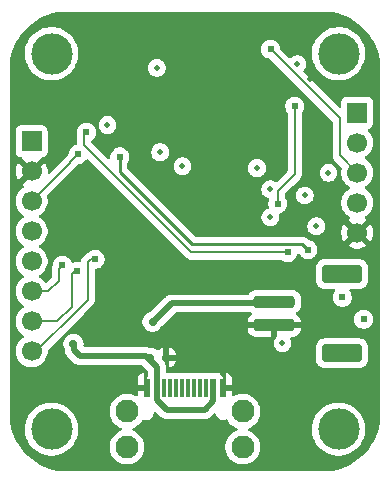
<source format=gbr>
%TF.GenerationSoftware,KiCad,Pcbnew,9.0.3*%
%TF.CreationDate,2025-09-02T10:47:08-04:00*%
%TF.ProjectId,simon,73696d6f-6e2e-46b6-9963-61645f706362,rev?*%
%TF.SameCoordinates,Original*%
%TF.FileFunction,Copper,L4,Bot*%
%TF.FilePolarity,Positive*%
%FSLAX46Y46*%
G04 Gerber Fmt 4.6, Leading zero omitted, Abs format (unit mm)*
G04 Created by KiCad (PCBNEW 9.0.3) date 2025-09-02 10:47:08*
%MOMM*%
%LPD*%
G01*
G04 APERTURE LIST*
G04 Aperture macros list*
%AMRoundRect*
0 Rectangle with rounded corners*
0 $1 Rounding radius*
0 $2 $3 $4 $5 $6 $7 $8 $9 X,Y pos of 4 corners*
0 Add a 4 corners polygon primitive as box body*
4,1,4,$2,$3,$4,$5,$6,$7,$8,$9,$2,$3,0*
0 Add four circle primitives for the rounded corners*
1,1,$1+$1,$2,$3*
1,1,$1+$1,$4,$5*
1,1,$1+$1,$6,$7*
1,1,$1+$1,$8,$9*
0 Add four rect primitives between the rounded corners*
20,1,$1+$1,$2,$3,$4,$5,0*
20,1,$1+$1,$4,$5,$6,$7,0*
20,1,$1+$1,$6,$7,$8,$9,0*
20,1,$1+$1,$8,$9,$2,$3,0*%
G04 Aperture macros list end*
%TA.AperFunction,ComponentPad*%
%ADD10C,2.600000*%
%TD*%
%TA.AperFunction,ConnectorPad*%
%ADD11C,3.500000*%
%TD*%
%TA.AperFunction,ComponentPad*%
%ADD12C,1.950000*%
%TD*%
%TA.AperFunction,SMDPad,CuDef*%
%ADD13R,0.600000X1.550000*%
%TD*%
%TA.AperFunction,SMDPad,CuDef*%
%ADD14R,0.300000X1.550000*%
%TD*%
%TA.AperFunction,ComponentPad*%
%ADD15R,1.700000X1.700000*%
%TD*%
%TA.AperFunction,ComponentPad*%
%ADD16C,1.700000*%
%TD*%
%TA.AperFunction,SMDPad,CuDef*%
%ADD17RoundRect,0.150000X0.150000X0.200000X-0.150000X0.200000X-0.150000X-0.200000X0.150000X-0.200000X0*%
%TD*%
%TA.AperFunction,SMDPad,CuDef*%
%ADD18RoundRect,0.250000X-1.500000X0.250000X-1.500000X-0.250000X1.500000X-0.250000X1.500000X0.250000X0*%
%TD*%
%TA.AperFunction,SMDPad,CuDef*%
%ADD19RoundRect,0.250001X-1.449999X0.499999X-1.449999X-0.499999X1.449999X-0.499999X1.449999X0.499999X0*%
%TD*%
%TA.AperFunction,ViaPad*%
%ADD20C,0.504800*%
%TD*%
%TA.AperFunction,ViaPad*%
%ADD21C,0.604800*%
%TD*%
%TA.AperFunction,ViaPad*%
%ADD22C,0.704800*%
%TD*%
%TA.AperFunction,Conductor*%
%ADD23C,0.508000*%
%TD*%
%TA.AperFunction,Conductor*%
%ADD24C,0.203200*%
%TD*%
%TA.AperFunction,Conductor*%
%ADD25C,0.254000*%
%TD*%
%TA.AperFunction,Conductor*%
%ADD26C,0.152400*%
%TD*%
G04 APERTURE END LIST*
D10*
%TO.P,N301,1*%
%TO.N,N/C*%
X135080000Y-75000000D03*
D11*
X135080000Y-75000000D03*
D10*
X135080000Y-106800000D03*
D11*
X135080000Y-106800000D03*
D10*
X159380000Y-75000000D03*
D11*
X159380000Y-75000000D03*
D10*
X159380000Y-106800000D03*
D11*
X159380000Y-106800000D03*
%TD*%
D12*
%TO.P,J201,*%
%TO.N,*%
X151265000Y-108295000D03*
X151265000Y-105295000D03*
X141475000Y-108295000D03*
X141475000Y-105295000D03*
D13*
%TO.P,J201,A1,GND*%
%TO.N,GND*%
X149570000Y-103321000D03*
%TO.P,J201,A4,VBUS*%
%TO.N,/power/5V*%
X148770000Y-103321000D03*
D14*
%TO.P,J201,A5,CC*%
%TO.N,unconnected-(J201-CC-PadA5)*%
X147620000Y-103321000D03*
%TO.P,J201,A6,DP*%
%TO.N,unconnected-(J201-DP-PadA6)*%
X146620000Y-103321000D03*
%TO.P,J201,A7,DN*%
%TO.N,unconnected-(J201-DN-PadA7)*%
X146120000Y-103321000D03*
%TO.P,J201,A8,SBU*%
%TO.N,unconnected-(J201-SBU-PadA8)*%
X145120000Y-103321000D03*
D13*
%TO.P,J201,A9,VBUS*%
%TO.N,/power/5V*%
X143970000Y-103321000D03*
%TO.P,J201,A12,GND*%
%TO.N,GND*%
X143170000Y-103321000D03*
D14*
%TO.P,J201,B5,CC*%
%TO.N,unconnected-(J201-CC-PadB5)*%
X144620000Y-103321000D03*
%TO.P,J201,B6,DP*%
%TO.N,unconnected-(J201-DP-PadB6)*%
X145620000Y-103321000D03*
%TO.P,J201,B7,DN*%
%TO.N,unconnected-(J201-DN-PadB7)*%
X147120000Y-103321000D03*
%TO.P,J201,B8,SBU*%
%TO.N,unconnected-(J201-SBU-PadB8)*%
X148120000Y-103321000D03*
%TD*%
D15*
%TO.P,J301,1,Pin_1*%
%TO.N,3V3*%
X133390000Y-82420000D03*
D16*
%TO.P,J301,2,Pin_2*%
%TO.N,GND*%
X133390000Y-84960000D03*
%TO.P,J301,3,Pin_3*%
%TO.N,/IO/display_mosi*%
X133390000Y-87500000D03*
%TO.P,J301,4,Pin_4*%
%TO.N,/IO/display_sclk*%
X133390000Y-90040000D03*
%TO.P,J301,5,Pin_5*%
%TO.N,/IO/display_cs_n*%
X133390000Y-92580000D03*
%TO.P,J301,6,Pin_6*%
%TO.N,/IO/display_dc*%
X133390000Y-95120000D03*
%TO.P,J301,7,Pin_7*%
%TO.N,/IO/display_nrst*%
X133390000Y-97660000D03*
%TO.P,J301,8,Pin_8*%
%TO.N,/IO/display_bl*%
X133390000Y-100200000D03*
%TD*%
D17*
%TO.P,D201,1,K*%
%TO.N,/power/5V*%
X143380000Y-100730000D03*
%TO.P,D201,2,A*%
%TO.N,GND*%
X144780000Y-100730000D03*
%TD*%
D15*
%TO.P,J401,1,Pin_1*%
%TO.N,3V3*%
X160960000Y-80000000D03*
D16*
%TO.P,J401,2,Pin_2*%
%TO.N,/mcu/SWDIO*%
X160960000Y-82540000D03*
%TO.P,J401,3,Pin_3*%
%TO.N,/mcu/SWCLK*%
X160960000Y-85080000D03*
%TO.P,J401,4,Pin_4*%
%TO.N,/mcu/NRST*%
X160960000Y-87620000D03*
%TO.P,J401,5,Pin_5*%
%TO.N,GND*%
X160960000Y-90160000D03*
%TD*%
D18*
%TO.P,J202,1,Pin_1*%
%TO.N,/power/3V7_LIPO_EXT*%
X153930000Y-96010000D03*
%TO.P,J202,2,Pin_2*%
%TO.N,GND*%
X153930000Y-98010000D03*
D19*
%TO.P,J202,MP*%
%TO.N,N/C*%
X159680000Y-93660000D03*
X159680000Y-100360000D03*
%TD*%
D20*
%TO.N,GND*%
X145655000Y-76165000D03*
X139100000Y-101820000D03*
X144530000Y-84550000D03*
X157200000Y-88000000D03*
X156990000Y-77160000D03*
X144020000Y-81630000D03*
X144650000Y-99810000D03*
X151070000Y-84730000D03*
X140360000Y-82570000D03*
X145712158Y-88477842D03*
X151550000Y-88314400D03*
X156402377Y-88101000D03*
X141140000Y-81269400D03*
X152640000Y-77180000D03*
%TO.N,3V3*%
X143990000Y-76200000D03*
X146160000Y-84530000D03*
X139811358Y-81041358D03*
X158530000Y-85080000D03*
X152480000Y-84680000D03*
X153610000Y-88850000D03*
X154630000Y-99520000D03*
X153600000Y-86490000D03*
X144270000Y-83350000D03*
X155880000Y-75880000D03*
X157490000Y-89620000D03*
D21*
X159700000Y-95630000D03*
X161500000Y-97480000D03*
D20*
X156520000Y-87000000D03*
D22*
%TO.N,/power/5V*%
X136940000Y-99570000D03*
%TO.N,/power/3V7_LIPO_EXT*%
X143630000Y-97690000D03*
D21*
%TO.N,/mcu/SWCLK*%
X153620000Y-74620000D03*
%TO.N,/IO/display_dc*%
X136000000Y-92910000D03*
%TO.N,/IO/display_nrst*%
X137230000Y-93442762D03*
%TO.N,/IO/accel_sda*%
X155670000Y-79440000D03*
X154240000Y-87700000D03*
%TO.N,/IO/buzzer_pwm*%
X156795000Y-91605000D03*
X140870000Y-83740000D03*
%TO.N,/IO/display_bl*%
X138770000Y-92410000D03*
%TO.N,/mcu/NRST*%
X155080000Y-91830000D03*
X138040000Y-81670000D03*
%TO.N,/IO/display_mosi*%
X137320000Y-83530000D03*
%TD*%
D23*
%TO.N,/power/5V*%
X136970000Y-99600000D02*
X136970000Y-100100000D01*
X137480000Y-100610000D02*
X143090000Y-100610000D01*
X136970000Y-100100000D02*
X137480000Y-100610000D01*
X144850000Y-105180000D02*
X148050000Y-105180000D01*
X143985000Y-104315000D02*
X144850000Y-105180000D01*
X136940000Y-99570000D02*
X136970000Y-99600000D01*
X143985000Y-101505000D02*
X143985000Y-104315000D01*
X148785000Y-104445000D02*
X148785000Y-103526000D01*
X143090000Y-100610000D02*
X143985000Y-101505000D01*
X148050000Y-105180000D02*
X148785000Y-104445000D01*
%TO.N,/power/3V7_LIPO_EXT*%
X143630000Y-97690000D02*
X143710000Y-97690000D01*
X143710000Y-97690000D02*
X145250000Y-96150000D01*
X145250000Y-96150000D02*
X153930000Y-96150000D01*
D24*
%TO.N,/mcu/SWCLK*%
X159480000Y-80480000D02*
X159480000Y-83600000D01*
X153620000Y-74620000D02*
X159480000Y-80480000D01*
X159480000Y-83600000D02*
X160960000Y-85080000D01*
%TO.N,/IO/display_dc*%
X134810000Y-95120000D02*
X133390000Y-95120000D01*
X136000000Y-92910000D02*
X135710000Y-93200000D01*
X135710000Y-93200000D02*
X135710000Y-94220000D01*
X135710000Y-94220000D02*
X134810000Y-95120000D01*
%TO.N,/IO/display_nrst*%
X136800000Y-93690000D02*
X136800000Y-96440000D01*
X136800000Y-96440000D02*
X135580000Y-97660000D01*
X137230000Y-93442762D02*
X137047238Y-93442762D01*
X137047238Y-93442762D02*
X136800000Y-93690000D01*
X135580000Y-97660000D02*
X133390000Y-97660000D01*
%TO.N,/IO/accel_sda*%
X154240000Y-86630000D02*
X154240000Y-87700000D01*
X155670000Y-85200000D02*
X154240000Y-86630000D01*
X155670000Y-79440000D02*
X155670000Y-85200000D01*
D25*
%TO.N,/IO/buzzer_pwm*%
X156320000Y-91130000D02*
X146980000Y-91130000D01*
X156795000Y-91605000D02*
X156320000Y-91130000D01*
X140880000Y-83750000D02*
X140870000Y-83740000D01*
X140880000Y-85030000D02*
X140880000Y-83750000D01*
X146980000Y-91130000D02*
X140880000Y-85030000D01*
D24*
%TO.N,/IO/display_bl*%
X138390000Y-92410000D02*
X138140000Y-92660000D01*
X138770000Y-92410000D02*
X138390000Y-92410000D01*
X137310000Y-96670000D02*
X133780000Y-100200000D01*
X138140000Y-95840000D02*
X137310000Y-96670000D01*
X133780000Y-100200000D02*
X133390000Y-100200000D01*
X138140000Y-92660000D02*
X138140000Y-95840000D01*
%TO.N,/mcu/NRST*%
X137840000Y-82750000D02*
X146920000Y-91830000D01*
X146920000Y-91830000D02*
X155080000Y-91830000D01*
X137840000Y-81870000D02*
X137840000Y-82750000D01*
X138040000Y-81670000D02*
X137840000Y-81870000D01*
D26*
%TO.N,/IO/display_mosi*%
X137320000Y-83530000D02*
X136640000Y-84210000D01*
X136640000Y-84210000D02*
X136640000Y-84250000D01*
X136640000Y-84250000D02*
X133390000Y-87500000D01*
%TD*%
%TA.AperFunction,Conductor*%
%TO.N,GND*%
G36*
X158967201Y-71503139D02*
G01*
X159179000Y-71547548D01*
X159185622Y-71549128D01*
X159254576Y-71567604D01*
X159257787Y-71568512D01*
X159583169Y-71665383D01*
X159590157Y-71667692D01*
X159644056Y-71687310D01*
X159646678Y-71688299D01*
X159976425Y-71816967D01*
X159983729Y-71820089D01*
X160014837Y-71834595D01*
X160016641Y-71835458D01*
X160354902Y-72000823D01*
X160363883Y-72005683D01*
X160710070Y-72211966D01*
X160718638Y-72217564D01*
X161046593Y-72451719D01*
X161054668Y-72458005D01*
X161362155Y-72718433D01*
X161369695Y-72725374D01*
X161654625Y-73010304D01*
X161661566Y-73017844D01*
X161921989Y-73325325D01*
X161928284Y-73333412D01*
X162162431Y-73661355D01*
X162168037Y-73669935D01*
X162374309Y-74016105D01*
X162379186Y-74025119D01*
X162544467Y-74363206D01*
X162545450Y-74365262D01*
X162559902Y-74396255D01*
X162563036Y-74403584D01*
X162691691Y-74733300D01*
X162692696Y-74735964D01*
X162712299Y-74789822D01*
X162714622Y-74796851D01*
X162811475Y-75122173D01*
X162812405Y-75125462D01*
X162830866Y-75194361D01*
X162832452Y-75201007D01*
X162876861Y-75412798D01*
X162879500Y-75438245D01*
X162879500Y-106361753D01*
X162876861Y-106387200D01*
X162832452Y-106598992D01*
X162830866Y-106605638D01*
X162812405Y-106674536D01*
X162811475Y-106677825D01*
X162714622Y-107003147D01*
X162712299Y-107010176D01*
X162692696Y-107064034D01*
X162691691Y-107066698D01*
X162563036Y-107396414D01*
X162559903Y-107403741D01*
X162559902Y-107403743D01*
X162545471Y-107434691D01*
X162544489Y-107436747D01*
X162379182Y-107774889D01*
X162374304Y-107783903D01*
X162168037Y-108130064D01*
X162162431Y-108138644D01*
X161928284Y-108466587D01*
X161921989Y-108474674D01*
X161661566Y-108782155D01*
X161654625Y-108789695D01*
X161369695Y-109074625D01*
X161362155Y-109081566D01*
X161054674Y-109341989D01*
X161046587Y-109348284D01*
X160718644Y-109582431D01*
X160710064Y-109588037D01*
X160363903Y-109794304D01*
X160354889Y-109799182D01*
X160016747Y-109964489D01*
X160014691Y-109965471D01*
X159983743Y-109979902D01*
X159976414Y-109983036D01*
X159646698Y-110111691D01*
X159644034Y-110112696D01*
X159590176Y-110132299D01*
X159583147Y-110134622D01*
X159257825Y-110231475D01*
X159254536Y-110232405D01*
X159185638Y-110250866D01*
X159178992Y-110252452D01*
X158967201Y-110296861D01*
X158941754Y-110299500D01*
X135518246Y-110299500D01*
X135492799Y-110296861D01*
X135281006Y-110252452D01*
X135274360Y-110250866D01*
X135205462Y-110232405D01*
X135202173Y-110231475D01*
X134876851Y-110134622D01*
X134869822Y-110132299D01*
X134815964Y-110112696D01*
X134813300Y-110111691D01*
X134483584Y-109983036D01*
X134476255Y-109979902D01*
X134445262Y-109965450D01*
X134443206Y-109964467D01*
X134105119Y-109799186D01*
X134096105Y-109794309D01*
X133749935Y-109588037D01*
X133741355Y-109582431D01*
X133413412Y-109348284D01*
X133405325Y-109341989D01*
X133304062Y-109256224D01*
X133097844Y-109081566D01*
X133090304Y-109074625D01*
X132805374Y-108789695D01*
X132798433Y-108782155D01*
X132673445Y-108634582D01*
X132538005Y-108474668D01*
X132531715Y-108466587D01*
X132492115Y-108411124D01*
X132297564Y-108138638D01*
X132291962Y-108130064D01*
X132085683Y-107783883D01*
X132080817Y-107774889D01*
X131915458Y-107436641D01*
X131914595Y-107434837D01*
X131900089Y-107403729D01*
X131896962Y-107396414D01*
X131835927Y-107239995D01*
X131768299Y-107066679D01*
X131767302Y-107064034D01*
X131756021Y-107033039D01*
X131747692Y-107010157D01*
X131745383Y-107003169D01*
X131648521Y-106677816D01*
X131647604Y-106674576D01*
X131641685Y-106652486D01*
X132829500Y-106652486D01*
X132829500Y-106947513D01*
X132844841Y-107064034D01*
X132868007Y-107239993D01*
X132944361Y-107524951D01*
X132944364Y-107524961D01*
X133057254Y-107797500D01*
X133057258Y-107797510D01*
X133204761Y-108052993D01*
X133384352Y-108287040D01*
X133384358Y-108287047D01*
X133592952Y-108495641D01*
X133592959Y-108495647D01*
X133827006Y-108675238D01*
X134082489Y-108822741D01*
X134082490Y-108822741D01*
X134082493Y-108822743D01*
X134355048Y-108935639D01*
X134640007Y-109011993D01*
X134932494Y-109050500D01*
X134932501Y-109050500D01*
X135227499Y-109050500D01*
X135227506Y-109050500D01*
X135519993Y-109011993D01*
X135804952Y-108935639D01*
X136077507Y-108822743D01*
X136332994Y-108675238D01*
X136567042Y-108495646D01*
X136775646Y-108287042D01*
X136955238Y-108052994D01*
X137102743Y-107797507D01*
X137215639Y-107524952D01*
X137291993Y-107239993D01*
X137330500Y-106947506D01*
X137330500Y-106652494D01*
X137291993Y-106360007D01*
X137215639Y-106075048D01*
X137102743Y-105802493D01*
X137092755Y-105785194D01*
X136955238Y-105547006D01*
X136775647Y-105312959D01*
X136775641Y-105312952D01*
X136567047Y-105104358D01*
X136567040Y-105104352D01*
X136332993Y-104924761D01*
X136077510Y-104777258D01*
X136077500Y-104777254D01*
X135804961Y-104664364D01*
X135804954Y-104664362D01*
X135804952Y-104664361D01*
X135519993Y-104588007D01*
X135471113Y-104581571D01*
X135227513Y-104549500D01*
X135227506Y-104549500D01*
X134932494Y-104549500D01*
X134932486Y-104549500D01*
X134654085Y-104586153D01*
X134640007Y-104588007D01*
X134355048Y-104664361D01*
X134355038Y-104664364D01*
X134082499Y-104777254D01*
X134082489Y-104777258D01*
X133827006Y-104924761D01*
X133592959Y-105104352D01*
X133592952Y-105104358D01*
X133384358Y-105312952D01*
X133384352Y-105312959D01*
X133204761Y-105547006D01*
X133057258Y-105802489D01*
X133057254Y-105802499D01*
X132944364Y-106075038D01*
X132944361Y-106075048D01*
X132895816Y-106256224D01*
X132868008Y-106360004D01*
X132868006Y-106360015D01*
X132829500Y-106652486D01*
X131641685Y-106652486D01*
X131629128Y-106605622D01*
X131627545Y-106598987D01*
X131618733Y-106556961D01*
X131583139Y-106387200D01*
X131580500Y-106361755D01*
X131580500Y-102498155D01*
X142370000Y-102498155D01*
X142370000Y-103071000D01*
X142920000Y-103071000D01*
X142920000Y-102046000D01*
X142822155Y-102046000D01*
X142762627Y-102052401D01*
X142762620Y-102052403D01*
X142627913Y-102102645D01*
X142627906Y-102102649D01*
X142512812Y-102188809D01*
X142512809Y-102188812D01*
X142426649Y-102303906D01*
X142426645Y-102303913D01*
X142376403Y-102438620D01*
X142376401Y-102438627D01*
X142370000Y-102498155D01*
X131580500Y-102498155D01*
X131580500Y-81522135D01*
X132039500Y-81522135D01*
X132039500Y-83317870D01*
X132039501Y-83317876D01*
X132045908Y-83377483D01*
X132096202Y-83512328D01*
X132096206Y-83512335D01*
X132182452Y-83627544D01*
X132182455Y-83627547D01*
X132297664Y-83713793D01*
X132297671Y-83713797D01*
X132342618Y-83730561D01*
X132432517Y-83764091D01*
X132492127Y-83770500D01*
X132502685Y-83770499D01*
X132569723Y-83790179D01*
X132590372Y-83806818D01*
X133260591Y-84477037D01*
X133197007Y-84494075D01*
X133082993Y-84559901D01*
X132989901Y-84652993D01*
X132924075Y-84767007D01*
X132907037Y-84830591D01*
X132274728Y-84198282D01*
X132274727Y-84198282D01*
X132235380Y-84252439D01*
X132138904Y-84441782D01*
X132073242Y-84643869D01*
X132073242Y-84643872D01*
X132040000Y-84853753D01*
X132040000Y-85066246D01*
X132073242Y-85276127D01*
X132073242Y-85276130D01*
X132138904Y-85478217D01*
X132235375Y-85667550D01*
X132274728Y-85721716D01*
X132907036Y-85089407D01*
X132924075Y-85152993D01*
X132989901Y-85267007D01*
X133082993Y-85360099D01*
X133197007Y-85425925D01*
X133260590Y-85442962D01*
X132628282Y-86075269D01*
X132628282Y-86075270D01*
X132682452Y-86114626D01*
X132682451Y-86114626D01*
X132691495Y-86119234D01*
X132742292Y-86167208D01*
X132759087Y-86235029D01*
X132736550Y-86301164D01*
X132691499Y-86340202D01*
X132682182Y-86344949D01*
X132510213Y-86469890D01*
X132359890Y-86620213D01*
X132234951Y-86792179D01*
X132138444Y-86981585D01*
X132072753Y-87183760D01*
X132039500Y-87393713D01*
X132039500Y-87606286D01*
X132066867Y-87779079D01*
X132072754Y-87816243D01*
X132118679Y-87957586D01*
X132138444Y-88018414D01*
X132234951Y-88207820D01*
X132359890Y-88379786D01*
X132510213Y-88530109D01*
X132682182Y-88655050D01*
X132690946Y-88659516D01*
X132741742Y-88707491D01*
X132758536Y-88775312D01*
X132735998Y-88841447D01*
X132690946Y-88880484D01*
X132682182Y-88884949D01*
X132510213Y-89009890D01*
X132359890Y-89160213D01*
X132234951Y-89332179D01*
X132138444Y-89521585D01*
X132072753Y-89723760D01*
X132039500Y-89933713D01*
X132039500Y-90146286D01*
X132072753Y-90356239D01*
X132138443Y-90558412D01*
X132234951Y-90747820D01*
X132359890Y-90919786D01*
X132510213Y-91070109D01*
X132682182Y-91195050D01*
X132690946Y-91199516D01*
X132741742Y-91247491D01*
X132758536Y-91315312D01*
X132735998Y-91381447D01*
X132690946Y-91420484D01*
X132682182Y-91424949D01*
X132510213Y-91549890D01*
X132359890Y-91700213D01*
X132234951Y-91872179D01*
X132138444Y-92061585D01*
X132072753Y-92263760D01*
X132039500Y-92473713D01*
X132039500Y-92686286D01*
X132070841Y-92884169D01*
X132072754Y-92896243D01*
X132117401Y-93033653D01*
X132138444Y-93098414D01*
X132234951Y-93287820D01*
X132359890Y-93459786D01*
X132510213Y-93610109D01*
X132682182Y-93735050D01*
X132690946Y-93739516D01*
X132741742Y-93787491D01*
X132758536Y-93855312D01*
X132735998Y-93921447D01*
X132690946Y-93960484D01*
X132682182Y-93964949D01*
X132510213Y-94089890D01*
X132359890Y-94240213D01*
X132234951Y-94412179D01*
X132138444Y-94601585D01*
X132072753Y-94803760D01*
X132039500Y-95013713D01*
X132039500Y-95226286D01*
X132066348Y-95395801D01*
X132072754Y-95436243D01*
X132126546Y-95601798D01*
X132138444Y-95638414D01*
X132234951Y-95827820D01*
X132359890Y-95999786D01*
X132510213Y-96150109D01*
X132682182Y-96275050D01*
X132690946Y-96279516D01*
X132741742Y-96327491D01*
X132758536Y-96395312D01*
X132735998Y-96461447D01*
X132690946Y-96500484D01*
X132682182Y-96504949D01*
X132510213Y-96629890D01*
X132359890Y-96780213D01*
X132234951Y-96952179D01*
X132138444Y-97141585D01*
X132072753Y-97343760D01*
X132039500Y-97553713D01*
X132039500Y-97766286D01*
X132066820Y-97938782D01*
X132072754Y-97976243D01*
X132114152Y-98103653D01*
X132138444Y-98178414D01*
X132234951Y-98367820D01*
X132359890Y-98539786D01*
X132510213Y-98690109D01*
X132682182Y-98815050D01*
X132690946Y-98819516D01*
X132741742Y-98867491D01*
X132758536Y-98935312D01*
X132735998Y-99001447D01*
X132690946Y-99040484D01*
X132682182Y-99044949D01*
X132510213Y-99169890D01*
X132359890Y-99320213D01*
X132234951Y-99492179D01*
X132138444Y-99681585D01*
X132072753Y-99883760D01*
X132045428Y-100056286D01*
X132039500Y-100093713D01*
X132039500Y-100306287D01*
X132041685Y-100320083D01*
X132072753Y-100516239D01*
X132138444Y-100718414D01*
X132234951Y-100907820D01*
X132359890Y-101079786D01*
X132510213Y-101230109D01*
X132682179Y-101355048D01*
X132682181Y-101355049D01*
X132682184Y-101355051D01*
X132871588Y-101451557D01*
X133073757Y-101517246D01*
X133283713Y-101550500D01*
X133283714Y-101550500D01*
X133496286Y-101550500D01*
X133496287Y-101550500D01*
X133706243Y-101517246D01*
X133908412Y-101451557D01*
X134097816Y-101355051D01*
X134154689Y-101313731D01*
X134269786Y-101230109D01*
X134269788Y-101230106D01*
X134269792Y-101230104D01*
X134420104Y-101079792D01*
X134420106Y-101079788D01*
X134420109Y-101079786D01*
X134545048Y-100907820D01*
X134545047Y-100907820D01*
X134545051Y-100907816D01*
X134641557Y-100718412D01*
X134707246Y-100516243D01*
X134740500Y-100306287D01*
X134740500Y-100142359D01*
X134760185Y-100075320D01*
X134776819Y-100054678D01*
X135345505Y-99485992D01*
X136087100Y-99485992D01*
X136087100Y-99654007D01*
X136119874Y-99818774D01*
X136119876Y-99818782D01*
X136184169Y-99973998D01*
X136194600Y-99989609D01*
X136215479Y-100056286D01*
X136215499Y-100058501D01*
X136215499Y-100174312D01*
X136215499Y-100174314D01*
X136215498Y-100174314D01*
X136244493Y-100320073D01*
X136244496Y-100320083D01*
X136301366Y-100457381D01*
X136301372Y-100457392D01*
X136383942Y-100580968D01*
X136383943Y-100580969D01*
X136889600Y-101086625D01*
X136889610Y-101086636D01*
X136999029Y-101196055D01*
X136999032Y-101196057D01*
X136999034Y-101196059D01*
X137081605Y-101251230D01*
X137122611Y-101278630D01*
X137203045Y-101311946D01*
X137259920Y-101335505D01*
X137259929Y-101335506D01*
X137259930Y-101335507D01*
X137284103Y-101340315D01*
X137284110Y-101340316D01*
X137405686Y-101364501D01*
X137405688Y-101364501D01*
X137560426Y-101364501D01*
X137560446Y-101364500D01*
X142693192Y-101364500D01*
X142714968Y-101370894D01*
X142737589Y-101372721D01*
X142751133Y-101381513D01*
X142760231Y-101384185D01*
X142768410Y-101389919D01*
X142775005Y-101394951D01*
X142828135Y-101448081D01*
X142901510Y-101491475D01*
X142907319Y-101495907D01*
X142909422Y-101498771D01*
X142919782Y-101506807D01*
X143194181Y-101781205D01*
X143227666Y-101842528D01*
X143230500Y-101868886D01*
X143230500Y-102269778D01*
X143222682Y-102313111D01*
X143175908Y-102438517D01*
X143169501Y-102498116D01*
X143169500Y-102498127D01*
X143169500Y-103071000D01*
X143169501Y-103447000D01*
X143149817Y-103514039D01*
X143097013Y-103559794D01*
X143045501Y-103571000D01*
X142370000Y-103571000D01*
X142370000Y-103892682D01*
X142350315Y-103959721D01*
X142297511Y-104005476D01*
X142228353Y-104015420D01*
X142189705Y-104003167D01*
X142041400Y-103927601D01*
X141820514Y-103855831D01*
X141591129Y-103819500D01*
X141591124Y-103819500D01*
X141358876Y-103819500D01*
X141358871Y-103819500D01*
X141129485Y-103855831D01*
X140908599Y-103927601D01*
X140701668Y-104033039D01*
X140513773Y-104169553D01*
X140349553Y-104333773D01*
X140213039Y-104521668D01*
X140107601Y-104728599D01*
X140035831Y-104949485D01*
X139999500Y-105178870D01*
X139999500Y-105411129D01*
X140035831Y-105640514D01*
X140107601Y-105861400D01*
X140181840Y-106007100D01*
X140213039Y-106068331D01*
X140349551Y-106256224D01*
X140513776Y-106420449D01*
X140701669Y-106556961D01*
X140908604Y-106662400D01*
X140953751Y-106677069D01*
X141011426Y-106716507D01*
X141038624Y-106780866D01*
X141026709Y-106849712D01*
X140979464Y-106901188D01*
X140953752Y-106912930D01*
X140937566Y-106918189D01*
X140908600Y-106927601D01*
X140701668Y-107033039D01*
X140513773Y-107169553D01*
X140349553Y-107333773D01*
X140213039Y-107521668D01*
X140107601Y-107728599D01*
X140035831Y-107949485D01*
X139999500Y-108178870D01*
X139999500Y-108411129D01*
X140035831Y-108640514D01*
X140107601Y-108861400D01*
X140147095Y-108938910D01*
X140213039Y-109068331D01*
X140349551Y-109256224D01*
X140513776Y-109420449D01*
X140701669Y-109556961D01*
X140751657Y-109582431D01*
X140908599Y-109662398D01*
X140908601Y-109662398D01*
X140908604Y-109662400D01*
X141129486Y-109734169D01*
X141247668Y-109752886D01*
X141358871Y-109770500D01*
X141358876Y-109770500D01*
X141591129Y-109770500D01*
X141692502Y-109754443D01*
X141820514Y-109734169D01*
X142041396Y-109662400D01*
X142248331Y-109556961D01*
X142436224Y-109420449D01*
X142600449Y-109256224D01*
X142736961Y-109068331D01*
X142842400Y-108861396D01*
X142914169Y-108640514D01*
X142940435Y-108474674D01*
X142950500Y-108411129D01*
X142950500Y-108178870D01*
X142930563Y-108052993D01*
X142914169Y-107949486D01*
X142842400Y-107728604D01*
X142842398Y-107728601D01*
X142842398Y-107728599D01*
X142738638Y-107524961D01*
X142736961Y-107521669D01*
X142600449Y-107333776D01*
X142436224Y-107169551D01*
X142248331Y-107033039D01*
X142041396Y-106927600D01*
X141996248Y-106912930D01*
X141938573Y-106873493D01*
X141911375Y-106809135D01*
X141923290Y-106740288D01*
X141970534Y-106688813D01*
X141996247Y-106677069D01*
X142041396Y-106662400D01*
X142248331Y-106556961D01*
X142436224Y-106420449D01*
X142600449Y-106256224D01*
X142736961Y-106068331D01*
X142756219Y-106030534D01*
X142804191Y-105979740D01*
X142872011Y-105962944D01*
X142914152Y-105972268D01*
X142941457Y-105983578D01*
X143059708Y-106007099D01*
X143059712Y-106007100D01*
X143059713Y-106007100D01*
X143180288Y-106007100D01*
X143180289Y-106007099D01*
X143298543Y-105983578D01*
X143409938Y-105937436D01*
X143510191Y-105870449D01*
X143595449Y-105785191D01*
X143662436Y-105684938D01*
X143708578Y-105573543D01*
X143732100Y-105455287D01*
X143732100Y-105428486D01*
X143751785Y-105361447D01*
X143804589Y-105315692D01*
X143873747Y-105305748D01*
X143937303Y-105334773D01*
X143943781Y-105340805D01*
X144259600Y-105656624D01*
X144259621Y-105656647D01*
X144369031Y-105766057D01*
X144423563Y-105802494D01*
X144423562Y-105802494D01*
X144492600Y-105848623D01*
X144492604Y-105848625D01*
X144492611Y-105848630D01*
X144573045Y-105881946D01*
X144629920Y-105905505D01*
X144654105Y-105910315D01*
X144702994Y-105920040D01*
X144775686Y-105934501D01*
X144775688Y-105934501D01*
X144930426Y-105934501D01*
X144930446Y-105934500D01*
X147969554Y-105934500D01*
X147969574Y-105934501D01*
X147975688Y-105934501D01*
X148124314Y-105934501D01*
X148161009Y-105927200D01*
X148245894Y-105910315D01*
X148270080Y-105905505D01*
X148326955Y-105881946D01*
X148407389Y-105848630D01*
X148530966Y-105766059D01*
X148816293Y-105480731D01*
X148877613Y-105447248D01*
X148947305Y-105452232D01*
X149003239Y-105494103D01*
X149025589Y-105544222D01*
X149031420Y-105573537D01*
X149031422Y-105573543D01*
X149077563Y-105684936D01*
X149077565Y-105684940D01*
X149144547Y-105785186D01*
X149144553Y-105785194D01*
X149229805Y-105870446D01*
X149229813Y-105870452D01*
X149291849Y-105911903D01*
X149330062Y-105937436D01*
X149441457Y-105983578D01*
X149559708Y-106007099D01*
X149559712Y-106007100D01*
X149559713Y-106007100D01*
X149680288Y-106007100D01*
X149680289Y-106007099D01*
X149798543Y-105983578D01*
X149825843Y-105972269D01*
X149895310Y-105964800D01*
X149957790Y-105996073D01*
X149983780Y-106030534D01*
X150003039Y-106068331D01*
X150139551Y-106256224D01*
X150303776Y-106420449D01*
X150491669Y-106556961D01*
X150698604Y-106662400D01*
X150743751Y-106677069D01*
X150801426Y-106716507D01*
X150828624Y-106780866D01*
X150816709Y-106849712D01*
X150769464Y-106901188D01*
X150743752Y-106912930D01*
X150727566Y-106918189D01*
X150698600Y-106927601D01*
X150491668Y-107033039D01*
X150303773Y-107169553D01*
X150139553Y-107333773D01*
X150003039Y-107521668D01*
X149897601Y-107728599D01*
X149825831Y-107949485D01*
X149789500Y-108178870D01*
X149789500Y-108411129D01*
X149825831Y-108640514D01*
X149897601Y-108861400D01*
X149937095Y-108938910D01*
X150003039Y-109068331D01*
X150139551Y-109256224D01*
X150303776Y-109420449D01*
X150491669Y-109556961D01*
X150541657Y-109582431D01*
X150698599Y-109662398D01*
X150698601Y-109662398D01*
X150698604Y-109662400D01*
X150919486Y-109734169D01*
X151037668Y-109752886D01*
X151148871Y-109770500D01*
X151148876Y-109770500D01*
X151381129Y-109770500D01*
X151482502Y-109754443D01*
X151610514Y-109734169D01*
X151831396Y-109662400D01*
X152038331Y-109556961D01*
X152226224Y-109420449D01*
X152390449Y-109256224D01*
X152526961Y-109068331D01*
X152632400Y-108861396D01*
X152704169Y-108640514D01*
X152730435Y-108474674D01*
X152740500Y-108411129D01*
X152740500Y-108178870D01*
X152720563Y-108052993D01*
X152704169Y-107949486D01*
X152632400Y-107728604D01*
X152632398Y-107728601D01*
X152632398Y-107728599D01*
X152528638Y-107524961D01*
X152526961Y-107521669D01*
X152390449Y-107333776D01*
X152226224Y-107169551D01*
X152038331Y-107033039D01*
X151831396Y-106927600D01*
X151786248Y-106912930D01*
X151728573Y-106873493D01*
X151701375Y-106809135D01*
X151713290Y-106740288D01*
X151760534Y-106688813D01*
X151786247Y-106677069D01*
X151831396Y-106662400D01*
X151850853Y-106652486D01*
X157129500Y-106652486D01*
X157129500Y-106947513D01*
X157144841Y-107064034D01*
X157168007Y-107239993D01*
X157244361Y-107524951D01*
X157244364Y-107524961D01*
X157357254Y-107797500D01*
X157357258Y-107797510D01*
X157504761Y-108052993D01*
X157684352Y-108287040D01*
X157684358Y-108287047D01*
X157892952Y-108495641D01*
X157892959Y-108495647D01*
X158127006Y-108675238D01*
X158382489Y-108822741D01*
X158382490Y-108822741D01*
X158382493Y-108822743D01*
X158655048Y-108935639D01*
X158940007Y-109011993D01*
X159232494Y-109050500D01*
X159232501Y-109050500D01*
X159527499Y-109050500D01*
X159527506Y-109050500D01*
X159819993Y-109011993D01*
X160104952Y-108935639D01*
X160377507Y-108822743D01*
X160632994Y-108675238D01*
X160867042Y-108495646D01*
X161075646Y-108287042D01*
X161255238Y-108052994D01*
X161402743Y-107797507D01*
X161515639Y-107524952D01*
X161591993Y-107239993D01*
X161630500Y-106947506D01*
X161630500Y-106652494D01*
X161591993Y-106360007D01*
X161515639Y-106075048D01*
X161402743Y-105802493D01*
X161392755Y-105785194D01*
X161255238Y-105547006D01*
X161075647Y-105312959D01*
X161075641Y-105312952D01*
X160867047Y-105104358D01*
X160867040Y-105104352D01*
X160632993Y-104924761D01*
X160377510Y-104777258D01*
X160377500Y-104777254D01*
X160104961Y-104664364D01*
X160104954Y-104664362D01*
X160104952Y-104664361D01*
X159819993Y-104588007D01*
X159771113Y-104581571D01*
X159527513Y-104549500D01*
X159527506Y-104549500D01*
X159232494Y-104549500D01*
X159232486Y-104549500D01*
X158954085Y-104586153D01*
X158940007Y-104588007D01*
X158655048Y-104664361D01*
X158655038Y-104664364D01*
X158382499Y-104777254D01*
X158382489Y-104777258D01*
X158127006Y-104924761D01*
X157892959Y-105104352D01*
X157892952Y-105104358D01*
X157684358Y-105312952D01*
X157684352Y-105312959D01*
X157504761Y-105547006D01*
X157357258Y-105802489D01*
X157357254Y-105802499D01*
X157244364Y-106075038D01*
X157244361Y-106075048D01*
X157195816Y-106256224D01*
X157168008Y-106360004D01*
X157168006Y-106360015D01*
X157129500Y-106652486D01*
X151850853Y-106652486D01*
X152038331Y-106556961D01*
X152226224Y-106420449D01*
X152390449Y-106256224D01*
X152526961Y-106068331D01*
X152632400Y-105861396D01*
X152704169Y-105640514D01*
X152727358Y-105494103D01*
X152740500Y-105411129D01*
X152740500Y-105178870D01*
X152712931Y-105004809D01*
X152704169Y-104949486D01*
X152632400Y-104728604D01*
X152632398Y-104728601D01*
X152632398Y-104728599D01*
X152576776Y-104619436D01*
X152526961Y-104521669D01*
X152390449Y-104333776D01*
X152226224Y-104169551D01*
X152038331Y-104033039D01*
X151984236Y-104005476D01*
X151831400Y-103927601D01*
X151610514Y-103855831D01*
X151381129Y-103819500D01*
X151381124Y-103819500D01*
X151148876Y-103819500D01*
X151148871Y-103819500D01*
X150919485Y-103855831D01*
X150698599Y-103927601D01*
X150550295Y-104003167D01*
X150481626Y-104016063D01*
X150416885Y-103989787D01*
X150376628Y-103932680D01*
X150370000Y-103892682D01*
X150370000Y-103571000D01*
X149694500Y-103571000D01*
X149627461Y-103551315D01*
X149581706Y-103498511D01*
X149570500Y-103447000D01*
X149570500Y-103071000D01*
X149820000Y-103071000D01*
X150370000Y-103071000D01*
X150370000Y-102498172D01*
X150369999Y-102498155D01*
X150363598Y-102438627D01*
X150363596Y-102438620D01*
X150313354Y-102303913D01*
X150313350Y-102303906D01*
X150227190Y-102188812D01*
X150227187Y-102188809D01*
X150112093Y-102102649D01*
X150112086Y-102102645D01*
X149977379Y-102052403D01*
X149977372Y-102052401D01*
X149917844Y-102046000D01*
X149820000Y-102046000D01*
X149820000Y-103071000D01*
X149570500Y-103071000D01*
X149570499Y-102498129D01*
X149570498Y-102498123D01*
X149570497Y-102498116D01*
X149564091Y-102438517D01*
X149513884Y-102303906D01*
X149513797Y-102303671D01*
X149513793Y-102303664D01*
X149427547Y-102188455D01*
X149369688Y-102145141D01*
X149366951Y-102141485D01*
X149362797Y-102139588D01*
X149346205Y-102113770D01*
X149327818Y-102089207D01*
X149326802Y-102083579D01*
X149325023Y-102080810D01*
X149320020Y-102046020D01*
X149320000Y-102046000D01*
X149222165Y-102046000D01*
X149185598Y-102049931D01*
X149159092Y-102049931D01*
X149117873Y-102045500D01*
X148422130Y-102045500D01*
X148422119Y-102045501D01*
X148383253Y-102049679D01*
X148356748Y-102049679D01*
X148317874Y-102045500D01*
X147922130Y-102045500D01*
X147922119Y-102045501D01*
X147883253Y-102049679D01*
X147856748Y-102049679D01*
X147817874Y-102045500D01*
X147422130Y-102045500D01*
X147422119Y-102045501D01*
X147383253Y-102049679D01*
X147356748Y-102049679D01*
X147317874Y-102045500D01*
X146922130Y-102045500D01*
X146922119Y-102045501D01*
X146883253Y-102049679D01*
X146856748Y-102049679D01*
X146817874Y-102045500D01*
X146422130Y-102045500D01*
X146422119Y-102045501D01*
X146383253Y-102049679D01*
X146356748Y-102049679D01*
X146317874Y-102045500D01*
X145922130Y-102045500D01*
X145922119Y-102045501D01*
X145883253Y-102049679D01*
X145856748Y-102049679D01*
X145817874Y-102045500D01*
X145422130Y-102045500D01*
X145422119Y-102045501D01*
X145383253Y-102049679D01*
X145356748Y-102049679D01*
X145317874Y-102045500D01*
X144922130Y-102045500D01*
X144922119Y-102045501D01*
X144883253Y-102049679D01*
X144856748Y-102049679D01*
X144850246Y-102048980D01*
X144785694Y-102022242D01*
X144745846Y-101964850D01*
X144739500Y-101925690D01*
X144739500Y-101585446D01*
X144739501Y-101585425D01*
X144739501Y-101577295D01*
X145030000Y-101577295D01*
X145030001Y-101577295D01*
X145032486Y-101577100D01*
X145190198Y-101531281D01*
X145331552Y-101447685D01*
X145331561Y-101447678D01*
X145447678Y-101331561D01*
X145447685Y-101331552D01*
X145531282Y-101190196D01*
X145531283Y-101190193D01*
X145577099Y-101032495D01*
X145577100Y-101032489D01*
X145579999Y-100995649D01*
X145580000Y-100995634D01*
X145580000Y-100980000D01*
X145030000Y-100980000D01*
X145030000Y-101577295D01*
X144739501Y-101577295D01*
X144739501Y-101430685D01*
X144710506Y-101284927D01*
X144710505Y-101284921D01*
X144707899Y-101278630D01*
X144653629Y-101147610D01*
X144576712Y-101032495D01*
X144571060Y-101024035D01*
X144571054Y-101024028D01*
X144566319Y-101019293D01*
X144551615Y-100992365D01*
X144551109Y-100991578D01*
X144541206Y-100980149D01*
X144539896Y-100974130D01*
X144535023Y-100966547D01*
X144534131Y-100960346D01*
X144532834Y-100957970D01*
X144530000Y-100931612D01*
X144530000Y-100480000D01*
X145030000Y-100480000D01*
X145580000Y-100480000D01*
X145580000Y-100464365D01*
X145579999Y-100464350D01*
X145577100Y-100427510D01*
X145577099Y-100427504D01*
X145531283Y-100269806D01*
X145531282Y-100269803D01*
X145447685Y-100128447D01*
X145447678Y-100128438D01*
X145331561Y-100012321D01*
X145331552Y-100012314D01*
X145190196Y-99928717D01*
X145190193Y-99928716D01*
X145032494Y-99882900D01*
X145032497Y-99882900D01*
X145030000Y-99882703D01*
X145030000Y-100480000D01*
X144530000Y-100480000D01*
X144530000Y-99882703D01*
X144527503Y-99882900D01*
X144369806Y-99928716D01*
X144369803Y-99928717D01*
X144228447Y-100012314D01*
X144228442Y-100012318D01*
X144168034Y-100072726D01*
X144106710Y-100106210D01*
X144037019Y-100101225D01*
X143992672Y-100072725D01*
X143931870Y-100011923D01*
X143931862Y-100011917D01*
X143853681Y-99965681D01*
X143790398Y-99928256D01*
X143790397Y-99928255D01*
X143790396Y-99928255D01*
X143790393Y-99928254D01*
X143632573Y-99882402D01*
X143632567Y-99882401D01*
X143595701Y-99879500D01*
X143595694Y-99879500D01*
X143297181Y-99879500D01*
X143272988Y-99877117D01*
X143164313Y-99855499D01*
X143164312Y-99855499D01*
X143015688Y-99855499D01*
X143009574Y-99855499D01*
X143009554Y-99855500D01*
X137903915Y-99855500D01*
X137836876Y-99835815D01*
X137791121Y-99783011D01*
X137781177Y-99713853D01*
X137782297Y-99707310D01*
X137792900Y-99654001D01*
X137792900Y-99485996D01*
X137792899Y-99485995D01*
X137784913Y-99445845D01*
X137784912Y-99445841D01*
X153877100Y-99445841D01*
X153877100Y-99594158D01*
X153906031Y-99739605D01*
X153906033Y-99739613D01*
X153962789Y-99876633D01*
X154045182Y-99999944D01*
X154045188Y-99999951D01*
X154150048Y-100104811D01*
X154150055Y-100104817D01*
X154273366Y-100187210D01*
X154273367Y-100187210D01*
X154273368Y-100187211D01*
X154410387Y-100243967D01*
X154540276Y-100269803D01*
X154555841Y-100272899D01*
X154555845Y-100272900D01*
X154555846Y-100272900D01*
X154704155Y-100272900D01*
X154704156Y-100272899D01*
X154849613Y-100243967D01*
X154986632Y-100187211D01*
X155109946Y-100104816D01*
X155214816Y-99999946D01*
X155297211Y-99876632D01*
X155324818Y-99809984D01*
X157479500Y-99809984D01*
X157479500Y-100910015D01*
X157490000Y-101012795D01*
X157490001Y-101012797D01*
X157512199Y-101079786D01*
X157545186Y-101179335D01*
X157545187Y-101179337D01*
X157637286Y-101328651D01*
X157637289Y-101328655D01*
X157761344Y-101452710D01*
X157761348Y-101452713D01*
X157910662Y-101544812D01*
X157910664Y-101544813D01*
X157910666Y-101544814D01*
X158077203Y-101599999D01*
X158179992Y-101610500D01*
X158179997Y-101610500D01*
X161180003Y-101610500D01*
X161180008Y-101610500D01*
X161282797Y-101599999D01*
X161449334Y-101544814D01*
X161598655Y-101452711D01*
X161722711Y-101328655D01*
X161814814Y-101179334D01*
X161869999Y-101012797D01*
X161880500Y-100910008D01*
X161880500Y-99809992D01*
X161869999Y-99707203D01*
X161814814Y-99540666D01*
X161781093Y-99485997D01*
X161722713Y-99391348D01*
X161722710Y-99391344D01*
X161598655Y-99267289D01*
X161598651Y-99267286D01*
X161449337Y-99175187D01*
X161449335Y-99175186D01*
X161366065Y-99147593D01*
X161282797Y-99120001D01*
X161282795Y-99120000D01*
X161180015Y-99109500D01*
X161180008Y-99109500D01*
X158179992Y-99109500D01*
X158179984Y-99109500D01*
X158077204Y-99120000D01*
X158077203Y-99120001D01*
X157910664Y-99175186D01*
X157910662Y-99175187D01*
X157761348Y-99267286D01*
X157761344Y-99267289D01*
X157637289Y-99391344D01*
X157637286Y-99391348D01*
X157545187Y-99540662D01*
X157545186Y-99540664D01*
X157490001Y-99707203D01*
X157490000Y-99707204D01*
X157479500Y-99809984D01*
X155324818Y-99809984D01*
X155353967Y-99739613D01*
X155382900Y-99594154D01*
X155382900Y-99445846D01*
X155353967Y-99300387D01*
X155304702Y-99181452D01*
X155297233Y-99111983D01*
X155328508Y-99049503D01*
X155388597Y-99013851D01*
X155419263Y-99009999D01*
X155479972Y-99009999D01*
X155479986Y-99009998D01*
X155582697Y-98999505D01*
X155749119Y-98944358D01*
X155749124Y-98944356D01*
X155898345Y-98852315D01*
X156022315Y-98728345D01*
X156114356Y-98579124D01*
X156114358Y-98579119D01*
X156169505Y-98412697D01*
X156169506Y-98412690D01*
X156179999Y-98309986D01*
X156180000Y-98309973D01*
X156180000Y-98260000D01*
X154180000Y-98260000D01*
X154180000Y-98853875D01*
X154160315Y-98920914D01*
X154143681Y-98941556D01*
X154045188Y-99040048D01*
X154045182Y-99040055D01*
X153962789Y-99163366D01*
X153906033Y-99300386D01*
X153906031Y-99300394D01*
X153877100Y-99445841D01*
X137784912Y-99445841D01*
X137760125Y-99321225D01*
X137760124Y-99321218D01*
X137695830Y-99166000D01*
X137695828Y-99165997D01*
X137695826Y-99165993D01*
X137602491Y-99026308D01*
X137602488Y-99026304D01*
X137483695Y-98907511D01*
X137483691Y-98907508D01*
X137344006Y-98814173D01*
X137343996Y-98814168D01*
X137188782Y-98749876D01*
X137188774Y-98749874D01*
X137024007Y-98717100D01*
X137024003Y-98717100D01*
X136855997Y-98717100D01*
X136855992Y-98717100D01*
X136691225Y-98749874D01*
X136691217Y-98749876D01*
X136536003Y-98814168D01*
X136535993Y-98814173D01*
X136396308Y-98907508D01*
X136396304Y-98907511D01*
X136277511Y-99026304D01*
X136277508Y-99026308D01*
X136184173Y-99165993D01*
X136184168Y-99166003D01*
X136119876Y-99321217D01*
X136119874Y-99321225D01*
X136087100Y-99485992D01*
X135345505Y-99485992D01*
X135439273Y-99392224D01*
X136288598Y-98542900D01*
X137225506Y-97605992D01*
X142777100Y-97605992D01*
X142777100Y-97774007D01*
X142809874Y-97938774D01*
X142809876Y-97938782D01*
X142874168Y-98093996D01*
X142874173Y-98094006D01*
X142967508Y-98233691D01*
X142967511Y-98233695D01*
X143086304Y-98352488D01*
X143086308Y-98352491D01*
X143225993Y-98445826D01*
X143225997Y-98445828D01*
X143226000Y-98445830D01*
X143381218Y-98510124D01*
X143530342Y-98539786D01*
X143545992Y-98542899D01*
X143545996Y-98542900D01*
X143545997Y-98542900D01*
X143714004Y-98542900D01*
X143714005Y-98542899D01*
X143878782Y-98510124D01*
X144034000Y-98445830D01*
X144173692Y-98352491D01*
X144216197Y-98309986D01*
X151680001Y-98309986D01*
X151690494Y-98412697D01*
X151745641Y-98579119D01*
X151745643Y-98579124D01*
X151837684Y-98728345D01*
X151961654Y-98852315D01*
X152110875Y-98944356D01*
X152110880Y-98944358D01*
X152277302Y-98999505D01*
X152277309Y-98999506D01*
X152380019Y-99009999D01*
X153679999Y-99009999D01*
X153680000Y-99009998D01*
X153680000Y-98260000D01*
X151680001Y-98260000D01*
X151680001Y-98309986D01*
X144216197Y-98309986D01*
X144292491Y-98233692D01*
X144385830Y-98094000D01*
X144389452Y-98085254D01*
X144395019Y-98076397D01*
X144401885Y-98070324D01*
X144412323Y-98054700D01*
X145526205Y-96940819D01*
X145587528Y-96907334D01*
X145613886Y-96904500D01*
X151951105Y-96904500D01*
X152018144Y-96924185D01*
X152063899Y-96976989D01*
X152073843Y-97046147D01*
X152044818Y-97109703D01*
X152016202Y-97134038D01*
X151961659Y-97167680D01*
X151961655Y-97167683D01*
X151837684Y-97291654D01*
X151745643Y-97440875D01*
X151745641Y-97440880D01*
X151690494Y-97607302D01*
X151690493Y-97607309D01*
X151680000Y-97710013D01*
X151680000Y-97760000D01*
X156179999Y-97760000D01*
X156179999Y-97710028D01*
X156179998Y-97710013D01*
X156169505Y-97607302D01*
X156114358Y-97440879D01*
X156114356Y-97440877D01*
X156089708Y-97400916D01*
X160697100Y-97400916D01*
X160697100Y-97559083D01*
X160727952Y-97714189D01*
X160727955Y-97714198D01*
X160788475Y-97860309D01*
X160788482Y-97860322D01*
X160876346Y-97991818D01*
X160876349Y-97991822D01*
X160988177Y-98103650D01*
X160988181Y-98103653D01*
X161119677Y-98191517D01*
X161119690Y-98191524D01*
X161221492Y-98233691D01*
X161265803Y-98252045D01*
X161265805Y-98252045D01*
X161265810Y-98252047D01*
X161420916Y-98282899D01*
X161420919Y-98282900D01*
X161420921Y-98282900D01*
X161579081Y-98282900D01*
X161579082Y-98282899D01*
X161630785Y-98272615D01*
X161734189Y-98252047D01*
X161734192Y-98252045D01*
X161734197Y-98252045D01*
X161880316Y-98191521D01*
X162011819Y-98103653D01*
X162123653Y-97991819D01*
X162211521Y-97860316D01*
X162272045Y-97714197D01*
X162272875Y-97710028D01*
X162302899Y-97559083D01*
X162302900Y-97559081D01*
X162302900Y-97400918D01*
X162302899Y-97400916D01*
X162272047Y-97245810D01*
X162272044Y-97245801D01*
X162211524Y-97099690D01*
X162211517Y-97099677D01*
X162123653Y-96968181D01*
X162123650Y-96968177D01*
X162011822Y-96856349D01*
X162011818Y-96856346D01*
X161880322Y-96768482D01*
X161880309Y-96768475D01*
X161734198Y-96707955D01*
X161734189Y-96707952D01*
X161579082Y-96677100D01*
X161579079Y-96677100D01*
X161420921Y-96677100D01*
X161420918Y-96677100D01*
X161265810Y-96707952D01*
X161265801Y-96707955D01*
X161119690Y-96768475D01*
X161119677Y-96768482D01*
X160988181Y-96856346D01*
X160988177Y-96856349D01*
X160876349Y-96968177D01*
X160876346Y-96968181D01*
X160788482Y-97099677D01*
X160788475Y-97099690D01*
X160727955Y-97245801D01*
X160727952Y-97245810D01*
X160697100Y-97400916D01*
X156089708Y-97400916D01*
X156022315Y-97291654D01*
X155898344Y-97167683D01*
X155898340Y-97167680D01*
X155814280Y-97115831D01*
X155767555Y-97063883D01*
X155756334Y-96994921D01*
X155784177Y-96930839D01*
X155814278Y-96904756D01*
X155898656Y-96852712D01*
X156022712Y-96728656D01*
X156114814Y-96579334D01*
X156169999Y-96412797D01*
X156180500Y-96310009D01*
X156180499Y-95709992D01*
X156169999Y-95607203D01*
X156114814Y-95440666D01*
X156022712Y-95291344D01*
X155898656Y-95167288D01*
X155749334Y-95075186D01*
X155582797Y-95020001D01*
X155582795Y-95020000D01*
X155480010Y-95009500D01*
X152379998Y-95009500D01*
X152379981Y-95009501D01*
X152277203Y-95020000D01*
X152277200Y-95020001D01*
X152110668Y-95075185D01*
X152110663Y-95075187D01*
X151961342Y-95167289D01*
X151837288Y-95291343D01*
X151837285Y-95291347D01*
X151809375Y-95336597D01*
X151757427Y-95383322D01*
X151703837Y-95395500D01*
X145330446Y-95395500D01*
X145330426Y-95395499D01*
X145324312Y-95395499D01*
X145175688Y-95395499D01*
X145175686Y-95395499D01*
X145054105Y-95419684D01*
X145039540Y-95422581D01*
X145029918Y-95424495D01*
X145029917Y-95424495D01*
X145001557Y-95436242D01*
X145001558Y-95436243D01*
X144892614Y-95481368D01*
X144892606Y-95481373D01*
X144880147Y-95489698D01*
X144851605Y-95508769D01*
X144802106Y-95541842D01*
X144769033Y-95563941D01*
X144742373Y-95590602D01*
X144663941Y-95669034D01*
X144663939Y-95669036D01*
X143510027Y-96822947D01*
X143448704Y-96856432D01*
X143446537Y-96856883D01*
X143381225Y-96869874D01*
X143381217Y-96869876D01*
X143226003Y-96934168D01*
X143225993Y-96934173D01*
X143086308Y-97027508D01*
X143086304Y-97027511D01*
X142967511Y-97146304D01*
X142967508Y-97146308D01*
X142874173Y-97285993D01*
X142874168Y-97286003D01*
X142809876Y-97441217D01*
X142809874Y-97441225D01*
X142777100Y-97605992D01*
X137225506Y-97605992D01*
X137791800Y-97039698D01*
X138621800Y-96209698D01*
X138656206Y-96150104D01*
X138701067Y-96072402D01*
X138742100Y-95919268D01*
X138742100Y-93335823D01*
X138761785Y-93268784D01*
X138814589Y-93223029D01*
X138843343Y-93215288D01*
X138843105Y-93214089D01*
X139004189Y-93182047D01*
X139004192Y-93182045D01*
X139004197Y-93182045D01*
X139150316Y-93121521D01*
X139167582Y-93109984D01*
X157479500Y-93109984D01*
X157479500Y-94210015D01*
X157490000Y-94312795D01*
X157490001Y-94312796D01*
X157545186Y-94479335D01*
X157545187Y-94479337D01*
X157637286Y-94628651D01*
X157637289Y-94628655D01*
X157761344Y-94752710D01*
X157761348Y-94752713D01*
X157910662Y-94844812D01*
X157910664Y-94844813D01*
X157910666Y-94844814D01*
X158077203Y-94899999D01*
X158179992Y-94910500D01*
X158984665Y-94910500D01*
X159051704Y-94930185D01*
X159097459Y-94982989D01*
X159107403Y-95052147D01*
X159079619Y-95112984D01*
X159080212Y-95113471D01*
X159076346Y-95118181D01*
X158988482Y-95249677D01*
X158988475Y-95249690D01*
X158927955Y-95395801D01*
X158927952Y-95395810D01*
X158897100Y-95550916D01*
X158897100Y-95709083D01*
X158927952Y-95864189D01*
X158927955Y-95864198D01*
X158988475Y-96010309D01*
X158988482Y-96010322D01*
X159076346Y-96141818D01*
X159076349Y-96141822D01*
X159188177Y-96253650D01*
X159188181Y-96253653D01*
X159319677Y-96341517D01*
X159319690Y-96341524D01*
X159423909Y-96384692D01*
X159465803Y-96402045D01*
X159465805Y-96402045D01*
X159465810Y-96402047D01*
X159620916Y-96432899D01*
X159620919Y-96432900D01*
X159620921Y-96432900D01*
X159779081Y-96432900D01*
X159779082Y-96432899D01*
X159830785Y-96422615D01*
X159934189Y-96402047D01*
X159934192Y-96402045D01*
X159934197Y-96402045D01*
X160080316Y-96341521D01*
X160211819Y-96253653D01*
X160323653Y-96141819D01*
X160411521Y-96010316D01*
X160472045Y-95864197D01*
X160479282Y-95827817D01*
X160502899Y-95709083D01*
X160502900Y-95709081D01*
X160502900Y-95550918D01*
X160502899Y-95550916D01*
X160472047Y-95395810D01*
X160472044Y-95395801D01*
X160411524Y-95249690D01*
X160411517Y-95249677D01*
X160323653Y-95118181D01*
X160319788Y-95113471D01*
X160321935Y-95111708D01*
X160294169Y-95060858D01*
X160299153Y-94991166D01*
X160341025Y-94935233D01*
X160406489Y-94910816D01*
X160415335Y-94910500D01*
X161180003Y-94910500D01*
X161180008Y-94910500D01*
X161282797Y-94899999D01*
X161449334Y-94844814D01*
X161598655Y-94752711D01*
X161722711Y-94628655D01*
X161814814Y-94479334D01*
X161869999Y-94312797D01*
X161880500Y-94210008D01*
X161880500Y-93109992D01*
X161869999Y-93007203D01*
X161814814Y-92840666D01*
X161808803Y-92830921D01*
X161722713Y-92691348D01*
X161722710Y-92691344D01*
X161598655Y-92567289D01*
X161598651Y-92567286D01*
X161449337Y-92475187D01*
X161449335Y-92475186D01*
X161305735Y-92427602D01*
X161282797Y-92420001D01*
X161282795Y-92420000D01*
X161180015Y-92409500D01*
X161180008Y-92409500D01*
X158179992Y-92409500D01*
X158179984Y-92409500D01*
X158077204Y-92420000D01*
X158077203Y-92420001D01*
X157910664Y-92475186D01*
X157910662Y-92475187D01*
X157761348Y-92567286D01*
X157761344Y-92567289D01*
X157637289Y-92691344D01*
X157637286Y-92691348D01*
X157545187Y-92840662D01*
X157545186Y-92840664D01*
X157490001Y-93007203D01*
X157490000Y-93007204D01*
X157479500Y-93109984D01*
X139167582Y-93109984D01*
X139281819Y-93033653D01*
X139281822Y-93033650D01*
X139296319Y-93019154D01*
X139393650Y-92921822D01*
X139393653Y-92921819D01*
X139481521Y-92790316D01*
X139542045Y-92644197D01*
X139542908Y-92639862D01*
X139564824Y-92529681D01*
X139572900Y-92489079D01*
X139572900Y-92330921D01*
X139572900Y-92330918D01*
X139572899Y-92330916D01*
X139542047Y-92175810D01*
X139542044Y-92175801D01*
X139481524Y-92029690D01*
X139481517Y-92029677D01*
X139393653Y-91898181D01*
X139393650Y-91898177D01*
X139281822Y-91786349D01*
X139281818Y-91786346D01*
X139150322Y-91698482D01*
X139150309Y-91698475D01*
X139004198Y-91637955D01*
X139004189Y-91637952D01*
X138849082Y-91607100D01*
X138849079Y-91607100D01*
X138690921Y-91607100D01*
X138690918Y-91607100D01*
X138535810Y-91637952D01*
X138535801Y-91637955D01*
X138389690Y-91698475D01*
X138389677Y-91698482D01*
X138258184Y-91786344D01*
X138258182Y-91786346D01*
X138258181Y-91786347D01*
X138232994Y-91811532D01*
X138177411Y-91843623D01*
X138157603Y-91848930D01*
X138157594Y-91848934D01*
X138020305Y-91928197D01*
X138020300Y-91928201D01*
X137658201Y-92290300D01*
X137658199Y-92290303D01*
X137578933Y-92427597D01*
X137578931Y-92427602D01*
X137541337Y-92567902D01*
X137504972Y-92627562D01*
X137442125Y-92658090D01*
X137397372Y-92657424D01*
X137309082Y-92639862D01*
X137309079Y-92639862D01*
X137150921Y-92639862D01*
X137150918Y-92639862D01*
X136995810Y-92670714D01*
X136995806Y-92670716D01*
X136995804Y-92670716D01*
X136995803Y-92670717D01*
X136975053Y-92679312D01*
X136917574Y-92703120D01*
X136848105Y-92710587D01*
X136785626Y-92679312D01*
X136755564Y-92636014D01*
X136711521Y-92529684D01*
X136711519Y-92529681D01*
X136711517Y-92529677D01*
X136623653Y-92398181D01*
X136623650Y-92398177D01*
X136511822Y-92286349D01*
X136511818Y-92286346D01*
X136380322Y-92198482D01*
X136380309Y-92198475D01*
X136234198Y-92137955D01*
X136234189Y-92137952D01*
X136079082Y-92107100D01*
X136079079Y-92107100D01*
X135920921Y-92107100D01*
X135920918Y-92107100D01*
X135765810Y-92137952D01*
X135765801Y-92137955D01*
X135619690Y-92198475D01*
X135619677Y-92198482D01*
X135488181Y-92286346D01*
X135488177Y-92286349D01*
X135376349Y-92398177D01*
X135376346Y-92398181D01*
X135288482Y-92529677D01*
X135288475Y-92529690D01*
X135227955Y-92675801D01*
X135227952Y-92675810D01*
X135197100Y-92830916D01*
X135197100Y-92850943D01*
X135180488Y-92912942D01*
X135148933Y-92967597D01*
X135148933Y-92967598D01*
X135110777Y-93109997D01*
X135107900Y-93120733D01*
X135107900Y-93919239D01*
X135088215Y-93986278D01*
X135071581Y-94006920D01*
X134698742Y-94379758D01*
X134637419Y-94413243D01*
X134567727Y-94408259D01*
X134511794Y-94366387D01*
X134510742Y-94364962D01*
X134472842Y-94312797D01*
X134420104Y-94240208D01*
X134269792Y-94089896D01*
X134269786Y-94089890D01*
X134097820Y-93964951D01*
X134097115Y-93964591D01*
X134089054Y-93960485D01*
X134038259Y-93912512D01*
X134021463Y-93844692D01*
X134043999Y-93778556D01*
X134089054Y-93739515D01*
X134097816Y-93735051D01*
X134119789Y-93719086D01*
X134269786Y-93610109D01*
X134269788Y-93610106D01*
X134269792Y-93610104D01*
X134420104Y-93459792D01*
X134420106Y-93459788D01*
X134420109Y-93459786D01*
X134545048Y-93287820D01*
X134545047Y-93287820D01*
X134545051Y-93287816D01*
X134641557Y-93098412D01*
X134707246Y-92896243D01*
X134740500Y-92686287D01*
X134740500Y-92473713D01*
X134707246Y-92263757D01*
X134641557Y-92061588D01*
X134545051Y-91872184D01*
X134545049Y-91872181D01*
X134545048Y-91872179D01*
X134420109Y-91700213D01*
X134269786Y-91549890D01*
X134097820Y-91424951D01*
X134097115Y-91424591D01*
X134089054Y-91420485D01*
X134038259Y-91372512D01*
X134021463Y-91304692D01*
X134043999Y-91238556D01*
X134089054Y-91199515D01*
X134097816Y-91195051D01*
X134119789Y-91179086D01*
X134269786Y-91070109D01*
X134269788Y-91070106D01*
X134269792Y-91070104D01*
X134420104Y-90919792D01*
X134420106Y-90919788D01*
X134420109Y-90919786D01*
X134545048Y-90747820D01*
X134545047Y-90747820D01*
X134545051Y-90747816D01*
X134641557Y-90558412D01*
X134707246Y-90356243D01*
X134740500Y-90146287D01*
X134740500Y-89933713D01*
X134707246Y-89723757D01*
X134641557Y-89521588D01*
X134545051Y-89332184D01*
X134545049Y-89332181D01*
X134545048Y-89332179D01*
X134420109Y-89160213D01*
X134269786Y-89009890D01*
X134097820Y-88884951D01*
X134097115Y-88884591D01*
X134089054Y-88880485D01*
X134038259Y-88832512D01*
X134021463Y-88764692D01*
X134043999Y-88698556D01*
X134089054Y-88659515D01*
X134097816Y-88655051D01*
X134232872Y-88556928D01*
X134269786Y-88530109D01*
X134269788Y-88530106D01*
X134269792Y-88530104D01*
X134420104Y-88379792D01*
X134420106Y-88379788D01*
X134420109Y-88379786D01*
X134545048Y-88207820D01*
X134545047Y-88207820D01*
X134545051Y-88207816D01*
X134641557Y-88018412D01*
X134707246Y-87816243D01*
X134740500Y-87606287D01*
X134740500Y-87393713D01*
X134707246Y-87183757D01*
X134685252Y-87116070D01*
X134683258Y-87046230D01*
X134715501Y-86990074D01*
X137101475Y-84604102D01*
X137147957Y-84523591D01*
X137167653Y-84497922D01*
X137296359Y-84369217D01*
X137357682Y-84335734D01*
X137384039Y-84332900D01*
X137399081Y-84332900D01*
X137399082Y-84332899D01*
X137450785Y-84322615D01*
X137554189Y-84302047D01*
X137554192Y-84302045D01*
X137554197Y-84302045D01*
X137700316Y-84241521D01*
X137831819Y-84153653D01*
X137943653Y-84041819D01*
X137994560Y-83965630D01*
X138048172Y-83920826D01*
X138117496Y-83912119D01*
X138180524Y-83942273D01*
X138185343Y-83946841D01*
X146438200Y-92199698D01*
X146550302Y-92311800D01*
X146687598Y-92391067D01*
X146840732Y-92432100D01*
X154498309Y-92432100D01*
X154565348Y-92451785D01*
X154567200Y-92452998D01*
X154699677Y-92541517D01*
X154699690Y-92541524D01*
X154794348Y-92580732D01*
X154845803Y-92602045D01*
X154845805Y-92602045D01*
X154845810Y-92602047D01*
X155000916Y-92632899D01*
X155000919Y-92632900D01*
X155000921Y-92632900D01*
X155159081Y-92632900D01*
X155159082Y-92632899D01*
X155210785Y-92622615D01*
X155314189Y-92602047D01*
X155314192Y-92602045D01*
X155314197Y-92602045D01*
X155460316Y-92541521D01*
X155591819Y-92453653D01*
X155703653Y-92341819D01*
X155791521Y-92210316D01*
X155852045Y-92064197D01*
X155858825Y-92030114D01*
X155891210Y-91968203D01*
X155951925Y-91933629D01*
X156021695Y-91937368D01*
X156078367Y-91978235D01*
X156083544Y-91985414D01*
X156171346Y-92116818D01*
X156171349Y-92116822D01*
X156283177Y-92228650D01*
X156283181Y-92228653D01*
X156414677Y-92316517D01*
X156414690Y-92316524D01*
X156475759Y-92341819D01*
X156560803Y-92377045D01*
X156560805Y-92377045D01*
X156560810Y-92377047D01*
X156715916Y-92407899D01*
X156715919Y-92407900D01*
X156715921Y-92407900D01*
X156874081Y-92407900D01*
X156874082Y-92407899D01*
X156925785Y-92397615D01*
X157029189Y-92377047D01*
X157029192Y-92377045D01*
X157029197Y-92377045D01*
X157175316Y-92316521D01*
X157306819Y-92228653D01*
X157418653Y-92116819D01*
X157506521Y-91985316D01*
X157567045Y-91839197D01*
X157597900Y-91684079D01*
X157597900Y-91525921D01*
X157597900Y-91525918D01*
X157597899Y-91525916D01*
X157567047Y-91370810D01*
X157567045Y-91370807D01*
X157567045Y-91370803D01*
X157506521Y-91224684D01*
X157506519Y-91224681D01*
X157506517Y-91224677D01*
X157418653Y-91093181D01*
X157418650Y-91093177D01*
X157306822Y-90981349D01*
X157306818Y-90981346D01*
X157175322Y-90893482D01*
X157175309Y-90893475D01*
X157029201Y-90832956D01*
X157029191Y-90832953D01*
X156917760Y-90810788D01*
X156855849Y-90778403D01*
X156854326Y-90776907D01*
X156720008Y-90642589D01*
X156720007Y-90642588D01*
X156720006Y-90642587D01*
X156720003Y-90642585D01*
X156617243Y-90573923D01*
X156617229Y-90573915D01*
X156579800Y-90558412D01*
X156579798Y-90558411D01*
X156503035Y-90526614D01*
X156503027Y-90526612D01*
X156381807Y-90502500D01*
X156381803Y-90502500D01*
X147291281Y-90502500D01*
X147224242Y-90482815D01*
X147203600Y-90466181D01*
X143153260Y-86415841D01*
X152847100Y-86415841D01*
X152847100Y-86564158D01*
X152876031Y-86709605D01*
X152876033Y-86709613D01*
X152932789Y-86846633D01*
X153015182Y-86969944D01*
X153015188Y-86969951D01*
X153120048Y-87074811D01*
X153120055Y-87074817D01*
X153243366Y-87157210D01*
X153243367Y-87157210D01*
X153243368Y-87157211D01*
X153380387Y-87213967D01*
X153409471Y-87219752D01*
X153471381Y-87252135D01*
X153505956Y-87312850D01*
X153502217Y-87382620D01*
X153499842Y-87388820D01*
X153467954Y-87465806D01*
X153467952Y-87465810D01*
X153437100Y-87620916D01*
X153437100Y-87779083D01*
X153467952Y-87934189D01*
X153467956Y-87934202D01*
X153477642Y-87957586D01*
X153485109Y-88027055D01*
X153453832Y-88089533D01*
X153396077Y-88123798D01*
X153396219Y-88124264D01*
X153394323Y-88124839D01*
X153393742Y-88125184D01*
X153391534Y-88125685D01*
X153390386Y-88126033D01*
X153253366Y-88182789D01*
X153130055Y-88265182D01*
X153130048Y-88265188D01*
X153025188Y-88370048D01*
X153025182Y-88370055D01*
X152942789Y-88493366D01*
X152886033Y-88630386D01*
X152886031Y-88630394D01*
X152857100Y-88775841D01*
X152857100Y-88924158D01*
X152886031Y-89069605D01*
X152886033Y-89069613D01*
X152942789Y-89206633D01*
X153025182Y-89329944D01*
X153025188Y-89329951D01*
X153130048Y-89434811D01*
X153130055Y-89434817D01*
X153253366Y-89517210D01*
X153253367Y-89517210D01*
X153253368Y-89517211D01*
X153390387Y-89573967D01*
X153535841Y-89602899D01*
X153535845Y-89602900D01*
X153535846Y-89602900D01*
X153684155Y-89602900D01*
X153684156Y-89602899D01*
X153829613Y-89573967D01*
X153897514Y-89545841D01*
X156737100Y-89545841D01*
X156737100Y-89694158D01*
X156766031Y-89839605D01*
X156766033Y-89839613D01*
X156822789Y-89976633D01*
X156905182Y-90099944D01*
X156905188Y-90099951D01*
X157010048Y-90204811D01*
X157010055Y-90204817D01*
X157133366Y-90287210D01*
X157133367Y-90287210D01*
X157133368Y-90287211D01*
X157270387Y-90343967D01*
X157415841Y-90372899D01*
X157415845Y-90372900D01*
X157415846Y-90372900D01*
X157564155Y-90372900D01*
X157564156Y-90372899D01*
X157709613Y-90343967D01*
X157846632Y-90287211D01*
X157969946Y-90204816D01*
X158074816Y-90099946D01*
X158157211Y-89976632D01*
X158213967Y-89839613D01*
X158242900Y-89694154D01*
X158242900Y-89545846D01*
X158213967Y-89400387D01*
X158157211Y-89263368D01*
X158119302Y-89206633D01*
X158074817Y-89140055D01*
X158074811Y-89140048D01*
X157969951Y-89035188D01*
X157969944Y-89035182D01*
X157846633Y-88952789D01*
X157709613Y-88896033D01*
X157709605Y-88896031D01*
X157564158Y-88867100D01*
X157564154Y-88867100D01*
X157415846Y-88867100D01*
X157415841Y-88867100D01*
X157270394Y-88896031D01*
X157270386Y-88896033D01*
X157133366Y-88952789D01*
X157010055Y-89035182D01*
X157010048Y-89035188D01*
X156905188Y-89140048D01*
X156905182Y-89140055D01*
X156822789Y-89263366D01*
X156766033Y-89400386D01*
X156766031Y-89400394D01*
X156737100Y-89545841D01*
X153897514Y-89545841D01*
X153966632Y-89517211D01*
X153966633Y-89517210D01*
X153966634Y-89517210D01*
X154087195Y-89436654D01*
X154087197Y-89436653D01*
X154087816Y-89436239D01*
X154089946Y-89434816D01*
X154194816Y-89329946D01*
X154277211Y-89206632D01*
X154333967Y-89069613D01*
X154362900Y-88924154D01*
X154362900Y-88775846D01*
X154337889Y-88650104D01*
X154333198Y-88626520D01*
X154339425Y-88556928D01*
X154382288Y-88501751D01*
X154430620Y-88480712D01*
X154474197Y-88472045D01*
X154620316Y-88411521D01*
X154751819Y-88323653D01*
X154863653Y-88211819D01*
X154951521Y-88080316D01*
X155012045Y-87934197D01*
X155042900Y-87779079D01*
X155042900Y-87620921D01*
X155042900Y-87620918D01*
X155042899Y-87620916D01*
X155012047Y-87465810D01*
X155012044Y-87465801D01*
X154951524Y-87319690D01*
X154951517Y-87319677D01*
X154862998Y-87187200D01*
X154857347Y-87169153D01*
X154847123Y-87153244D01*
X154842671Y-87122284D01*
X154842120Y-87120523D01*
X154842100Y-87118309D01*
X154842100Y-86930760D01*
X154843544Y-86925841D01*
X155767100Y-86925841D01*
X155767100Y-87074158D01*
X155796031Y-87219605D01*
X155796033Y-87219613D01*
X155852789Y-87356633D01*
X155935182Y-87479944D01*
X155935188Y-87479951D01*
X156040048Y-87584811D01*
X156040055Y-87584817D01*
X156163366Y-87667210D01*
X156163367Y-87667210D01*
X156163368Y-87667211D01*
X156300387Y-87723967D01*
X156445841Y-87752899D01*
X156445845Y-87752900D01*
X156445846Y-87752900D01*
X156594155Y-87752900D01*
X156594156Y-87752899D01*
X156739613Y-87723967D01*
X156876632Y-87667211D01*
X156999946Y-87584816D01*
X157104816Y-87479946D01*
X157187211Y-87356632D01*
X157243967Y-87219613D01*
X157272900Y-87074154D01*
X157272900Y-86925846D01*
X157243967Y-86780387D01*
X157187211Y-86643368D01*
X157171739Y-86620213D01*
X157104817Y-86520055D01*
X157104811Y-86520048D01*
X156999951Y-86415188D01*
X156999944Y-86415182D01*
X156876633Y-86332789D01*
X156739613Y-86276033D01*
X156739605Y-86276031D01*
X156594158Y-86247100D01*
X156594154Y-86247100D01*
X156445846Y-86247100D01*
X156445841Y-86247100D01*
X156300394Y-86276031D01*
X156300386Y-86276033D01*
X156163366Y-86332789D01*
X156040055Y-86415182D01*
X156040048Y-86415188D01*
X155935188Y-86520048D01*
X155935182Y-86520055D01*
X155852789Y-86643366D01*
X155796033Y-86780386D01*
X155796031Y-86780394D01*
X155767100Y-86925841D01*
X154843544Y-86925841D01*
X154861785Y-86863721D01*
X154878419Y-86843079D01*
X154889425Y-86832073D01*
X155493271Y-86228227D01*
X156151800Y-85569698D01*
X156231067Y-85432402D01*
X156272100Y-85279268D01*
X156272100Y-85120732D01*
X156272100Y-85005841D01*
X157777100Y-85005841D01*
X157777100Y-85154158D01*
X157806031Y-85299605D01*
X157806033Y-85299613D01*
X157862789Y-85436633D01*
X157945182Y-85559944D01*
X157945188Y-85559951D01*
X158050048Y-85664811D01*
X158050055Y-85664817D01*
X158173366Y-85747210D01*
X158173367Y-85747210D01*
X158173368Y-85747211D01*
X158310387Y-85803967D01*
X158405014Y-85822789D01*
X158455841Y-85832899D01*
X158455845Y-85832900D01*
X158455846Y-85832900D01*
X158604155Y-85832900D01*
X158604156Y-85832899D01*
X158749613Y-85803967D01*
X158886632Y-85747211D01*
X159009946Y-85664816D01*
X159114816Y-85559946D01*
X159197211Y-85436632D01*
X159253967Y-85299613D01*
X159282900Y-85154154D01*
X159282900Y-85005846D01*
X159253967Y-84860387D01*
X159197211Y-84723368D01*
X159150188Y-84652993D01*
X159114817Y-84600055D01*
X159114811Y-84600048D01*
X159009951Y-84495188D01*
X159009944Y-84495182D01*
X158886633Y-84412789D01*
X158749613Y-84356033D01*
X158749605Y-84356031D01*
X158604158Y-84327100D01*
X158604154Y-84327100D01*
X158455846Y-84327100D01*
X158455841Y-84327100D01*
X158310394Y-84356031D01*
X158310386Y-84356033D01*
X158173366Y-84412789D01*
X158050055Y-84495182D01*
X158050048Y-84495188D01*
X157945188Y-84600048D01*
X157945182Y-84600055D01*
X157862789Y-84723366D01*
X157806033Y-84860386D01*
X157806031Y-84860394D01*
X157777100Y-85005841D01*
X156272100Y-85005841D01*
X156272100Y-80021690D01*
X156291785Y-79954651D01*
X156292998Y-79952799D01*
X156293653Y-79951819D01*
X156381521Y-79820316D01*
X156442045Y-79674197D01*
X156472900Y-79519079D01*
X156472900Y-79360921D01*
X156472900Y-79360918D01*
X156472899Y-79360916D01*
X156442047Y-79205810D01*
X156442044Y-79205801D01*
X156381524Y-79059690D01*
X156381517Y-79059677D01*
X156293653Y-78928181D01*
X156293650Y-78928177D01*
X156181822Y-78816349D01*
X156181818Y-78816346D01*
X156050322Y-78728482D01*
X156050309Y-78728475D01*
X155904198Y-78667955D01*
X155904189Y-78667952D01*
X155749082Y-78637100D01*
X155749079Y-78637100D01*
X155590921Y-78637100D01*
X155590918Y-78637100D01*
X155435810Y-78667952D01*
X155435801Y-78667955D01*
X155289690Y-78728475D01*
X155289677Y-78728482D01*
X155158181Y-78816346D01*
X155158177Y-78816349D01*
X155046349Y-78928177D01*
X155046346Y-78928181D01*
X154958482Y-79059677D01*
X154958475Y-79059690D01*
X154897955Y-79205801D01*
X154897952Y-79205810D01*
X154867100Y-79360916D01*
X154867100Y-79519083D01*
X154897952Y-79674189D01*
X154897955Y-79674198D01*
X154958475Y-79820309D01*
X154958482Y-79820321D01*
X155047002Y-79952799D01*
X155067880Y-80019476D01*
X155067900Y-80021690D01*
X155067900Y-84899240D01*
X155048215Y-84966279D01*
X155031581Y-84986921D01*
X154171908Y-85846593D01*
X154110585Y-85880078D01*
X154040893Y-85875094D01*
X154015339Y-85862016D01*
X153956632Y-85822789D01*
X153956633Y-85822789D01*
X153956631Y-85822788D01*
X153819613Y-85766033D01*
X153819605Y-85766031D01*
X153674158Y-85737100D01*
X153674154Y-85737100D01*
X153525846Y-85737100D01*
X153525841Y-85737100D01*
X153380394Y-85766031D01*
X153380386Y-85766033D01*
X153243366Y-85822789D01*
X153120055Y-85905182D01*
X153120048Y-85905188D01*
X153015188Y-86010048D01*
X153015182Y-86010055D01*
X152932789Y-86133366D01*
X152876033Y-86270386D01*
X152876031Y-86270394D01*
X152847100Y-86415841D01*
X143153260Y-86415841D01*
X141543819Y-84806400D01*
X141510334Y-84745077D01*
X141507500Y-84718719D01*
X141507500Y-84455841D01*
X145407100Y-84455841D01*
X145407100Y-84604158D01*
X145436031Y-84749605D01*
X145436033Y-84749613D01*
X145492789Y-84886633D01*
X145575182Y-85009944D01*
X145575188Y-85009951D01*
X145680048Y-85114811D01*
X145680055Y-85114817D01*
X145803366Y-85197210D01*
X145803367Y-85197210D01*
X145803368Y-85197211D01*
X145940387Y-85253967D01*
X146085841Y-85282899D01*
X146085845Y-85282900D01*
X146085846Y-85282900D01*
X146234155Y-85282900D01*
X146234156Y-85282899D01*
X146379613Y-85253967D01*
X146516632Y-85197211D01*
X146639946Y-85114816D01*
X146744816Y-85009946D01*
X146827211Y-84886632D01*
X146883967Y-84749613D01*
X146912564Y-84605841D01*
X151727100Y-84605841D01*
X151727100Y-84754158D01*
X151756031Y-84899605D01*
X151756033Y-84899613D01*
X151812789Y-85036633D01*
X151895182Y-85159944D01*
X151895188Y-85159951D01*
X152000048Y-85264811D01*
X152000055Y-85264817D01*
X152123366Y-85347210D01*
X152123367Y-85347210D01*
X152123368Y-85347211D01*
X152260387Y-85403967D01*
X152370780Y-85425925D01*
X152405841Y-85432899D01*
X152405845Y-85432900D01*
X152405846Y-85432900D01*
X152554155Y-85432900D01*
X152554156Y-85432899D01*
X152699613Y-85403967D01*
X152836632Y-85347211D01*
X152959946Y-85264816D01*
X153064816Y-85159946D01*
X153147211Y-85036632D01*
X153203967Y-84899613D01*
X153232900Y-84754154D01*
X153232900Y-84605846D01*
X153203967Y-84460387D01*
X153147211Y-84323368D01*
X153138948Y-84311002D01*
X153064817Y-84200055D01*
X153064811Y-84200048D01*
X152959951Y-84095188D01*
X152959944Y-84095182D01*
X152836633Y-84012789D01*
X152699613Y-83956033D01*
X152699605Y-83956031D01*
X152554158Y-83927100D01*
X152554154Y-83927100D01*
X152405846Y-83927100D01*
X152405841Y-83927100D01*
X152260394Y-83956031D01*
X152260386Y-83956033D01*
X152123366Y-84012789D01*
X152000055Y-84095182D01*
X152000048Y-84095188D01*
X151895188Y-84200048D01*
X151895182Y-84200055D01*
X151812789Y-84323366D01*
X151756033Y-84460386D01*
X151756031Y-84460394D01*
X151727100Y-84605841D01*
X146912564Y-84605841D01*
X146912900Y-84604154D01*
X146912900Y-84455846D01*
X146883967Y-84310387D01*
X146827211Y-84173368D01*
X146791760Y-84120312D01*
X146744817Y-84050055D01*
X146744811Y-84050048D01*
X146639951Y-83945188D01*
X146639944Y-83945182D01*
X146516633Y-83862789D01*
X146379613Y-83806033D01*
X146379605Y-83806031D01*
X146234158Y-83777100D01*
X146234154Y-83777100D01*
X146085846Y-83777100D01*
X146085841Y-83777100D01*
X145940394Y-83806031D01*
X145940386Y-83806033D01*
X145803366Y-83862789D01*
X145680055Y-83945182D01*
X145680048Y-83945188D01*
X145575188Y-84050048D01*
X145575182Y-84050055D01*
X145492789Y-84173366D01*
X145436033Y-84310386D01*
X145436031Y-84310394D01*
X145407100Y-84455841D01*
X141507500Y-84455841D01*
X141507500Y-84268710D01*
X141527185Y-84201671D01*
X141528398Y-84199819D01*
X141546072Y-84173368D01*
X141581521Y-84120316D01*
X141642045Y-83974197D01*
X141645659Y-83956031D01*
X141662615Y-83870785D01*
X141672900Y-83819079D01*
X141672900Y-83660921D01*
X141672900Y-83660918D01*
X141672899Y-83660916D01*
X141642047Y-83505810D01*
X141642044Y-83505801D01*
X141581524Y-83359690D01*
X141581514Y-83359672D01*
X141567465Y-83338646D01*
X141567464Y-83338645D01*
X141525499Y-83275841D01*
X143517100Y-83275841D01*
X143517100Y-83424158D01*
X143546031Y-83569605D01*
X143546033Y-83569613D01*
X143602789Y-83706633D01*
X143685182Y-83829944D01*
X143685188Y-83829951D01*
X143790048Y-83934811D01*
X143790055Y-83934817D01*
X143913366Y-84017210D01*
X143913367Y-84017210D01*
X143913368Y-84017211D01*
X144050387Y-84073967D01*
X144195841Y-84102899D01*
X144195845Y-84102900D01*
X144195846Y-84102900D01*
X144344155Y-84102900D01*
X144344156Y-84102899D01*
X144489613Y-84073967D01*
X144626632Y-84017211D01*
X144749946Y-83934816D01*
X144854816Y-83829946D01*
X144937211Y-83706632D01*
X144993967Y-83569613D01*
X145022900Y-83424154D01*
X145022900Y-83275846D01*
X144993967Y-83130387D01*
X144937211Y-82993368D01*
X144899614Y-82937100D01*
X144854817Y-82870055D01*
X144854811Y-82870048D01*
X144749951Y-82765188D01*
X144749944Y-82765182D01*
X144626633Y-82682789D01*
X144489613Y-82626033D01*
X144489605Y-82626031D01*
X144344158Y-82597100D01*
X144344154Y-82597100D01*
X144195846Y-82597100D01*
X144195841Y-82597100D01*
X144050394Y-82626031D01*
X144050386Y-82626033D01*
X143913366Y-82682789D01*
X143790055Y-82765182D01*
X143790048Y-82765188D01*
X143685188Y-82870048D01*
X143685182Y-82870055D01*
X143602789Y-82993366D01*
X143546033Y-83130386D01*
X143546031Y-83130394D01*
X143517100Y-83275841D01*
X141525499Y-83275841D01*
X141493653Y-83228181D01*
X141493650Y-83228177D01*
X141381822Y-83116349D01*
X141381818Y-83116346D01*
X141250322Y-83028482D01*
X141250309Y-83028475D01*
X141104198Y-82967955D01*
X141104189Y-82967952D01*
X140949082Y-82937100D01*
X140949079Y-82937100D01*
X140790921Y-82937100D01*
X140790918Y-82937100D01*
X140635810Y-82967952D01*
X140635801Y-82967955D01*
X140489690Y-83028475D01*
X140489677Y-83028482D01*
X140358181Y-83116346D01*
X140358177Y-83116349D01*
X140246349Y-83228177D01*
X140246346Y-83228181D01*
X140158482Y-83359677D01*
X140158475Y-83359690D01*
X140097955Y-83505801D01*
X140097952Y-83505810D01*
X140067100Y-83660916D01*
X140067100Y-83825171D01*
X140064553Y-83825171D01*
X140053566Y-83882914D01*
X140005471Y-83933595D01*
X139937611Y-83950229D01*
X139871530Y-83927534D01*
X139855535Y-83914037D01*
X138478419Y-82536921D01*
X138463715Y-82509993D01*
X138447123Y-82484175D01*
X138446231Y-82477974D01*
X138444934Y-82475598D01*
X138442100Y-82449240D01*
X138442100Y-82433244D01*
X138461785Y-82366205D01*
X138497208Y-82330142D01*
X138551819Y-82293653D01*
X138663653Y-82181819D01*
X138751521Y-82050316D01*
X138812045Y-81904197D01*
X138842900Y-81749079D01*
X138842900Y-81590921D01*
X138842900Y-81590918D01*
X138842899Y-81590916D01*
X138812047Y-81435810D01*
X138812044Y-81435801D01*
X138751524Y-81289690D01*
X138751517Y-81289677D01*
X138663653Y-81158181D01*
X138663650Y-81158177D01*
X138551822Y-81046349D01*
X138551818Y-81046346D01*
X138433368Y-80967199D01*
X139058458Y-80967199D01*
X139058458Y-81115516D01*
X139087389Y-81260963D01*
X139087391Y-81260971D01*
X139144147Y-81397991D01*
X139226540Y-81521302D01*
X139226546Y-81521309D01*
X139331406Y-81626169D01*
X139331413Y-81626175D01*
X139454724Y-81708568D01*
X139454725Y-81708568D01*
X139454726Y-81708569D01*
X139591745Y-81765325D01*
X139737199Y-81794257D01*
X139737203Y-81794258D01*
X139737204Y-81794258D01*
X139885513Y-81794258D01*
X139885514Y-81794257D01*
X140030971Y-81765325D01*
X140167990Y-81708569D01*
X140291304Y-81626174D01*
X140396174Y-81521304D01*
X140478569Y-81397990D01*
X140535325Y-81260971D01*
X140564258Y-81115512D01*
X140564258Y-80967204D01*
X140535325Y-80821745D01*
X140478569Y-80684726D01*
X140396174Y-80561412D01*
X140396169Y-80561406D01*
X140291309Y-80456546D01*
X140291302Y-80456540D01*
X140167991Y-80374147D01*
X140030971Y-80317391D01*
X140030963Y-80317389D01*
X139885516Y-80288458D01*
X139885512Y-80288458D01*
X139737204Y-80288458D01*
X139737199Y-80288458D01*
X139591752Y-80317389D01*
X139591744Y-80317391D01*
X139454724Y-80374147D01*
X139331413Y-80456540D01*
X139331406Y-80456546D01*
X139226546Y-80561406D01*
X139226540Y-80561413D01*
X139144147Y-80684724D01*
X139087391Y-80821744D01*
X139087389Y-80821752D01*
X139058458Y-80967199D01*
X138433368Y-80967199D01*
X138420322Y-80958482D01*
X138420309Y-80958475D01*
X138274198Y-80897955D01*
X138274189Y-80897952D01*
X138119082Y-80867100D01*
X138119079Y-80867100D01*
X137960921Y-80867100D01*
X137960918Y-80867100D01*
X137805810Y-80897952D01*
X137805801Y-80897955D01*
X137659690Y-80958475D01*
X137659677Y-80958482D01*
X137528181Y-81046346D01*
X137528177Y-81046349D01*
X137416349Y-81158177D01*
X137416346Y-81158181D01*
X137328482Y-81289677D01*
X137328475Y-81289690D01*
X137267955Y-81435801D01*
X137267952Y-81435810D01*
X137237100Y-81590916D01*
X137237100Y-81749081D01*
X137237697Y-81755144D01*
X137237123Y-81755200D01*
X137238210Y-81788373D01*
X137237900Y-81790729D01*
X137237900Y-82625936D01*
X137218215Y-82692975D01*
X137165411Y-82738730D01*
X137138093Y-82747553D01*
X137085807Y-82757953D01*
X137085798Y-82757956D01*
X136939690Y-82818475D01*
X136939677Y-82818482D01*
X136808181Y-82906346D01*
X136808177Y-82906349D01*
X136696349Y-83018177D01*
X136696346Y-83018181D01*
X136608482Y-83149677D01*
X136608475Y-83149690D01*
X136547955Y-83295801D01*
X136547952Y-83295810D01*
X136517100Y-83450916D01*
X136517100Y-83465961D01*
X136497415Y-83533000D01*
X136480781Y-83553642D01*
X136178527Y-83855895D01*
X136178523Y-83855901D01*
X136132043Y-83936404D01*
X136112338Y-83962083D01*
X134951681Y-85122740D01*
X134890358Y-85156225D01*
X134820666Y-85151241D01*
X134764733Y-85109369D01*
X134740316Y-85043905D01*
X134740000Y-85035059D01*
X134740000Y-84853753D01*
X134706757Y-84643872D01*
X134706757Y-84643869D01*
X134641095Y-84441782D01*
X134544624Y-84252449D01*
X134505270Y-84198282D01*
X134505269Y-84198282D01*
X133872962Y-84830590D01*
X133855925Y-84767007D01*
X133790099Y-84652993D01*
X133697007Y-84559901D01*
X133582993Y-84494075D01*
X133519409Y-84477037D01*
X134189627Y-83806818D01*
X134250950Y-83773333D01*
X134277307Y-83770499D01*
X134287872Y-83770499D01*
X134347483Y-83764091D01*
X134482331Y-83713796D01*
X134597546Y-83627546D01*
X134683796Y-83512331D01*
X134734091Y-83377483D01*
X134740500Y-83317873D01*
X134740499Y-81522128D01*
X134734091Y-81462517D01*
X134724127Y-81435803D01*
X134683797Y-81327671D01*
X134683793Y-81327664D01*
X134597547Y-81212455D01*
X134597544Y-81212452D01*
X134482335Y-81126206D01*
X134482328Y-81126202D01*
X134347482Y-81075908D01*
X134347483Y-81075908D01*
X134287883Y-81069501D01*
X134287881Y-81069500D01*
X134287873Y-81069500D01*
X134287864Y-81069500D01*
X132492129Y-81069500D01*
X132492123Y-81069501D01*
X132432516Y-81075908D01*
X132297671Y-81126202D01*
X132297664Y-81126206D01*
X132182455Y-81212452D01*
X132182452Y-81212455D01*
X132096206Y-81327664D01*
X132096202Y-81327671D01*
X132045908Y-81462517D01*
X132040815Y-81509896D01*
X132039501Y-81522123D01*
X132039500Y-81522135D01*
X131580500Y-81522135D01*
X131580500Y-75438243D01*
X131583139Y-75412797D01*
X131587490Y-75392045D01*
X131627551Y-75200983D01*
X131629123Y-75194394D01*
X131647614Y-75125385D01*
X131648500Y-75122251D01*
X131728813Y-74852486D01*
X132829500Y-74852486D01*
X132829500Y-75147513D01*
X132858486Y-75367674D01*
X132868007Y-75439993D01*
X132914949Y-75615184D01*
X132944361Y-75724951D01*
X132944364Y-75724961D01*
X133057254Y-75997500D01*
X133057258Y-75997510D01*
X133204761Y-76252993D01*
X133384352Y-76487040D01*
X133384358Y-76487047D01*
X133592952Y-76695641D01*
X133592959Y-76695647D01*
X133827006Y-76875238D01*
X134082489Y-77022741D01*
X134082490Y-77022741D01*
X134082493Y-77022743D01*
X134355048Y-77135639D01*
X134640007Y-77211993D01*
X134932494Y-77250500D01*
X134932501Y-77250500D01*
X135227499Y-77250500D01*
X135227506Y-77250500D01*
X135519993Y-77211993D01*
X135804952Y-77135639D01*
X136077507Y-77022743D01*
X136332994Y-76875238D01*
X136567042Y-76695646D01*
X136775646Y-76487042D01*
X136955238Y-76252994D01*
X137028650Y-76125841D01*
X143237100Y-76125841D01*
X143237100Y-76274158D01*
X143266031Y-76419605D01*
X143266033Y-76419613D01*
X143322789Y-76556633D01*
X143405182Y-76679944D01*
X143405188Y-76679951D01*
X143510048Y-76784811D01*
X143510055Y-76784817D01*
X143633366Y-76867210D01*
X143633367Y-76867210D01*
X143633368Y-76867211D01*
X143770387Y-76923967D01*
X143915841Y-76952899D01*
X143915845Y-76952900D01*
X143915846Y-76952900D01*
X144064155Y-76952900D01*
X144064156Y-76952899D01*
X144209613Y-76923967D01*
X144346632Y-76867211D01*
X144469946Y-76784816D01*
X144574816Y-76679946D01*
X144657211Y-76556632D01*
X144713967Y-76419613D01*
X144742900Y-76274154D01*
X144742900Y-76125846D01*
X144713967Y-75980387D01*
X144657211Y-75843368D01*
X144632139Y-75805845D01*
X144574817Y-75720055D01*
X144574811Y-75720048D01*
X144469951Y-75615188D01*
X144469944Y-75615182D01*
X144346633Y-75532789D01*
X144209613Y-75476033D01*
X144209605Y-75476031D01*
X144064158Y-75447100D01*
X144064154Y-75447100D01*
X143915846Y-75447100D01*
X143915841Y-75447100D01*
X143770394Y-75476031D01*
X143770386Y-75476033D01*
X143633366Y-75532789D01*
X143510055Y-75615182D01*
X143510048Y-75615188D01*
X143405188Y-75720048D01*
X143405182Y-75720055D01*
X143322789Y-75843366D01*
X143266033Y-75980386D01*
X143266031Y-75980394D01*
X143237100Y-76125841D01*
X137028650Y-76125841D01*
X137067960Y-76057754D01*
X137078565Y-76039383D01*
X137102743Y-75997507D01*
X137215639Y-75724952D01*
X137291993Y-75439993D01*
X137330500Y-75147506D01*
X137330500Y-74852494D01*
X137291993Y-74560007D01*
X137286878Y-74540916D01*
X152817100Y-74540916D01*
X152817100Y-74699083D01*
X152847952Y-74854189D01*
X152847955Y-74854198D01*
X152908475Y-75000309D01*
X152908482Y-75000322D01*
X152996346Y-75131818D01*
X152996349Y-75131822D01*
X153108177Y-75243650D01*
X153108181Y-75243653D01*
X153239677Y-75331517D01*
X153239690Y-75331524D01*
X153339686Y-75372943D01*
X153385803Y-75392045D01*
X153385805Y-75392045D01*
X153385810Y-75392047D01*
X153542079Y-75423131D01*
X153603990Y-75455516D01*
X153605569Y-75457067D01*
X158841581Y-80693079D01*
X158875066Y-80754402D01*
X158877900Y-80780760D01*
X158877900Y-83679268D01*
X158918933Y-83832402D01*
X158973606Y-83927100D01*
X158998200Y-83969698D01*
X158998202Y-83969700D01*
X159625686Y-84597184D01*
X159659171Y-84658507D01*
X159655937Y-84723181D01*
X159642753Y-84763757D01*
X159609500Y-84973713D01*
X159609500Y-85186286D01*
X159624226Y-85279266D01*
X159642754Y-85396243D01*
X159699113Y-85569698D01*
X159708444Y-85598414D01*
X159804951Y-85787820D01*
X159929890Y-85959786D01*
X160080213Y-86110109D01*
X160252182Y-86235050D01*
X160260946Y-86239516D01*
X160311742Y-86287491D01*
X160328536Y-86355312D01*
X160305998Y-86421447D01*
X160260946Y-86460484D01*
X160252182Y-86464949D01*
X160080213Y-86589890D01*
X159929890Y-86740213D01*
X159804951Y-86912179D01*
X159708444Y-87101585D01*
X159642753Y-87303760D01*
X159614848Y-87479946D01*
X159609500Y-87513713D01*
X159609500Y-87726287D01*
X159617862Y-87779081D01*
X159642430Y-87934202D01*
X159642754Y-87936243D01*
X159692561Y-88089533D01*
X159708444Y-88138414D01*
X159804951Y-88327820D01*
X159929890Y-88499786D01*
X160080213Y-88650109D01*
X160252179Y-88775048D01*
X160252181Y-88775049D01*
X160252184Y-88775051D01*
X160261493Y-88779794D01*
X160312290Y-88827766D01*
X160329087Y-88895587D01*
X160306552Y-88961722D01*
X160261505Y-89000760D01*
X160252446Y-89005376D01*
X160252440Y-89005380D01*
X160198282Y-89044727D01*
X160198282Y-89044728D01*
X160830591Y-89677037D01*
X160767007Y-89694075D01*
X160652993Y-89759901D01*
X160559901Y-89852993D01*
X160494075Y-89967007D01*
X160477037Y-90030591D01*
X159844728Y-89398282D01*
X159844727Y-89398282D01*
X159805380Y-89452439D01*
X159708904Y-89641782D01*
X159643242Y-89843869D01*
X159643242Y-89843872D01*
X159610000Y-90053753D01*
X159610000Y-90266246D01*
X159643242Y-90476127D01*
X159643242Y-90476130D01*
X159708904Y-90678217D01*
X159805375Y-90867550D01*
X159844728Y-90921716D01*
X160477036Y-90289407D01*
X160494075Y-90352993D01*
X160559901Y-90467007D01*
X160652993Y-90560099D01*
X160767007Y-90625925D01*
X160830590Y-90642962D01*
X160198282Y-91275269D01*
X160198282Y-91275270D01*
X160252449Y-91314624D01*
X160441782Y-91411095D01*
X160643870Y-91476757D01*
X160853754Y-91510000D01*
X161066246Y-91510000D01*
X161276127Y-91476757D01*
X161276130Y-91476757D01*
X161478217Y-91411095D01*
X161667554Y-91314622D01*
X161721716Y-91275270D01*
X161721717Y-91275270D01*
X161089408Y-90642962D01*
X161152993Y-90625925D01*
X161267007Y-90560099D01*
X161360099Y-90467007D01*
X161425925Y-90352993D01*
X161442962Y-90289408D01*
X162075270Y-90921717D01*
X162075270Y-90921716D01*
X162114622Y-90867554D01*
X162211095Y-90678217D01*
X162276757Y-90476130D01*
X162276757Y-90476127D01*
X162310000Y-90266246D01*
X162310000Y-90053753D01*
X162276757Y-89843872D01*
X162276757Y-89843869D01*
X162211095Y-89641782D01*
X162114624Y-89452449D01*
X162075270Y-89398282D01*
X162075269Y-89398282D01*
X161442962Y-90030590D01*
X161425925Y-89967007D01*
X161360099Y-89852993D01*
X161267007Y-89759901D01*
X161152993Y-89694075D01*
X161089409Y-89677037D01*
X161721716Y-89044728D01*
X161667547Y-89005373D01*
X161667547Y-89005372D01*
X161658500Y-89000763D01*
X161607706Y-88952788D01*
X161590912Y-88884966D01*
X161613451Y-88818832D01*
X161658508Y-88779793D01*
X161667816Y-88775051D01*
X161773103Y-88698556D01*
X161839786Y-88650109D01*
X161839788Y-88650106D01*
X161839792Y-88650104D01*
X161990104Y-88499792D01*
X161990106Y-88499788D01*
X161990109Y-88499786D01*
X162115048Y-88327820D01*
X162115047Y-88327820D01*
X162115051Y-88327816D01*
X162211557Y-88138412D01*
X162277246Y-87936243D01*
X162310500Y-87726287D01*
X162310500Y-87513713D01*
X162277246Y-87303757D01*
X162211557Y-87101588D01*
X162115051Y-86912184D01*
X162115049Y-86912181D01*
X162115048Y-86912179D01*
X161990109Y-86740213D01*
X161839786Y-86589890D01*
X161667820Y-86464951D01*
X161667115Y-86464591D01*
X161659054Y-86460485D01*
X161608259Y-86412512D01*
X161591463Y-86344692D01*
X161613999Y-86278556D01*
X161659054Y-86239515D01*
X161667816Y-86235051D01*
X161807772Y-86133368D01*
X161839786Y-86110109D01*
X161839788Y-86110106D01*
X161839792Y-86110104D01*
X161990104Y-85959792D01*
X161990106Y-85959788D01*
X161990109Y-85959786D01*
X162115048Y-85787820D01*
X162115047Y-85787820D01*
X162115051Y-85787816D01*
X162211557Y-85598412D01*
X162277246Y-85396243D01*
X162310500Y-85186287D01*
X162310500Y-84973713D01*
X162277246Y-84763757D01*
X162211557Y-84561588D01*
X162115051Y-84372184D01*
X162115049Y-84372181D01*
X162115048Y-84372179D01*
X161990109Y-84200213D01*
X161839786Y-84049890D01*
X161667820Y-83924951D01*
X161667115Y-83924591D01*
X161659054Y-83920485D01*
X161608259Y-83872512D01*
X161591463Y-83804692D01*
X161613999Y-83738556D01*
X161659054Y-83699515D01*
X161667816Y-83695051D01*
X161714792Y-83660921D01*
X161839786Y-83570109D01*
X161839788Y-83570106D01*
X161839792Y-83570104D01*
X161990104Y-83419792D01*
X161990106Y-83419788D01*
X161990109Y-83419786D01*
X162115048Y-83247820D01*
X162115047Y-83247820D01*
X162115051Y-83247816D01*
X162211557Y-83058412D01*
X162277246Y-82856243D01*
X162310500Y-82646287D01*
X162310500Y-82433713D01*
X162277246Y-82223757D01*
X162211557Y-82021588D01*
X162115051Y-81832184D01*
X162115049Y-81832181D01*
X162115048Y-81832179D01*
X161990109Y-81660213D01*
X161876569Y-81546673D01*
X161843084Y-81485350D01*
X161848068Y-81415658D01*
X161889940Y-81359725D01*
X161920915Y-81342810D01*
X162052331Y-81293796D01*
X162167546Y-81207546D01*
X162253796Y-81092331D01*
X162304091Y-80957483D01*
X162310500Y-80897873D01*
X162310499Y-79102128D01*
X162304091Y-79042517D01*
X162261446Y-78928181D01*
X162253797Y-78907671D01*
X162253793Y-78907664D01*
X162167547Y-78792455D01*
X162167544Y-78792452D01*
X162052335Y-78706206D01*
X162052328Y-78706202D01*
X161917482Y-78655908D01*
X161917483Y-78655908D01*
X161857883Y-78649501D01*
X161857881Y-78649500D01*
X161857873Y-78649500D01*
X161857864Y-78649500D01*
X160062129Y-78649500D01*
X160062123Y-78649501D01*
X160002516Y-78655908D01*
X159867671Y-78706202D01*
X159867664Y-78706206D01*
X159752455Y-78792452D01*
X159752452Y-78792455D01*
X159666206Y-78907664D01*
X159666202Y-78907671D01*
X159615908Y-79042517D01*
X159609501Y-79102116D01*
X159609501Y-79102123D01*
X159609500Y-79102135D01*
X159609500Y-79458640D01*
X159589815Y-79525679D01*
X159537011Y-79571434D01*
X159467853Y-79581378D01*
X159404297Y-79552353D01*
X159397819Y-79546321D01*
X156425811Y-76574313D01*
X156392326Y-76512990D01*
X156397310Y-76443298D01*
X156425812Y-76398950D01*
X156464816Y-76359946D01*
X156547211Y-76236632D01*
X156603967Y-76099613D01*
X156632900Y-75954154D01*
X156632900Y-75805846D01*
X156603967Y-75660387D01*
X156547211Y-75523368D01*
X156501874Y-75455516D01*
X156464817Y-75400055D01*
X156464811Y-75400048D01*
X156359951Y-75295188D01*
X156359944Y-75295182D01*
X156236633Y-75212789D01*
X156099613Y-75156033D01*
X156099605Y-75156031D01*
X155954158Y-75127100D01*
X155954154Y-75127100D01*
X155805846Y-75127100D01*
X155805841Y-75127100D01*
X155660394Y-75156031D01*
X155660386Y-75156033D01*
X155523366Y-75212789D01*
X155400055Y-75295182D01*
X155400047Y-75295188D01*
X155361047Y-75334189D01*
X155299724Y-75367674D01*
X155230032Y-75362688D01*
X155185686Y-75334188D01*
X154703984Y-74852486D01*
X157129500Y-74852486D01*
X157129500Y-75147513D01*
X157158486Y-75367674D01*
X157168007Y-75439993D01*
X157214949Y-75615184D01*
X157244361Y-75724951D01*
X157244364Y-75724961D01*
X157357254Y-75997500D01*
X157357258Y-75997510D01*
X157504761Y-76252993D01*
X157684352Y-76487040D01*
X157684358Y-76487047D01*
X157892952Y-76695641D01*
X157892959Y-76695647D01*
X158127006Y-76875238D01*
X158382489Y-77022741D01*
X158382490Y-77022741D01*
X158382493Y-77022743D01*
X158655048Y-77135639D01*
X158940007Y-77211993D01*
X159232494Y-77250500D01*
X159232501Y-77250500D01*
X159527499Y-77250500D01*
X159527506Y-77250500D01*
X159819993Y-77211993D01*
X160104952Y-77135639D01*
X160377507Y-77022743D01*
X160632994Y-76875238D01*
X160867042Y-76695646D01*
X161075646Y-76487042D01*
X161255238Y-76252994D01*
X161402743Y-75997507D01*
X161515639Y-75724952D01*
X161591993Y-75439993D01*
X161630500Y-75147506D01*
X161630500Y-74852494D01*
X161591993Y-74560007D01*
X161515639Y-74275048D01*
X161402743Y-74002493D01*
X161255238Y-73747006D01*
X161192721Y-73665533D01*
X161075647Y-73512959D01*
X161075641Y-73512952D01*
X160867047Y-73304358D01*
X160867040Y-73304352D01*
X160632993Y-73124761D01*
X160377510Y-72977258D01*
X160377500Y-72977254D01*
X160104961Y-72864364D01*
X160104954Y-72864362D01*
X160104952Y-72864361D01*
X159819993Y-72788007D01*
X159771113Y-72781571D01*
X159527513Y-72749500D01*
X159527506Y-72749500D01*
X159232494Y-72749500D01*
X159232486Y-72749500D01*
X158954085Y-72786153D01*
X158940007Y-72788007D01*
X158667256Y-72861090D01*
X158655048Y-72864361D01*
X158655038Y-72864364D01*
X158382499Y-72977254D01*
X158382489Y-72977258D01*
X158127006Y-73124761D01*
X157892959Y-73304352D01*
X157892952Y-73304358D01*
X157684358Y-73512952D01*
X157684352Y-73512959D01*
X157504761Y-73747006D01*
X157357258Y-74002489D01*
X157357254Y-74002499D01*
X157244364Y-74275038D01*
X157244361Y-74275048D01*
X157173123Y-74540916D01*
X157168008Y-74560004D01*
X157168006Y-74560015D01*
X157129500Y-74852486D01*
X154703984Y-74852486D01*
X154457067Y-74605569D01*
X154423582Y-74544246D01*
X154423131Y-74542079D01*
X154392047Y-74385810D01*
X154392044Y-74385801D01*
X154331524Y-74239690D01*
X154331517Y-74239677D01*
X154243653Y-74108181D01*
X154243650Y-74108177D01*
X154131822Y-73996349D01*
X154131818Y-73996346D01*
X154000322Y-73908482D01*
X154000309Y-73908475D01*
X153854198Y-73847955D01*
X153854189Y-73847952D01*
X153699082Y-73817100D01*
X153699079Y-73817100D01*
X153540921Y-73817100D01*
X153540918Y-73817100D01*
X153385810Y-73847952D01*
X153385801Y-73847955D01*
X153239690Y-73908475D01*
X153239677Y-73908482D01*
X153108181Y-73996346D01*
X153108177Y-73996349D01*
X152996349Y-74108177D01*
X152996346Y-74108181D01*
X152908482Y-74239677D01*
X152908475Y-74239690D01*
X152847955Y-74385801D01*
X152847952Y-74385810D01*
X152817100Y-74540916D01*
X137286878Y-74540916D01*
X137215639Y-74275048D01*
X137102743Y-74002493D01*
X136955238Y-73747006D01*
X136892721Y-73665533D01*
X136775647Y-73512959D01*
X136775641Y-73512952D01*
X136567047Y-73304358D01*
X136567040Y-73304352D01*
X136332993Y-73124761D01*
X136077510Y-72977258D01*
X136077500Y-72977254D01*
X135804961Y-72864364D01*
X135804954Y-72864362D01*
X135804952Y-72864361D01*
X135519993Y-72788007D01*
X135471113Y-72781571D01*
X135227513Y-72749500D01*
X135227506Y-72749500D01*
X134932494Y-72749500D01*
X134932486Y-72749500D01*
X134654085Y-72786153D01*
X134640007Y-72788007D01*
X134367256Y-72861090D01*
X134355048Y-72864361D01*
X134355038Y-72864364D01*
X134082499Y-72977254D01*
X134082489Y-72977258D01*
X133827006Y-73124761D01*
X133592959Y-73304352D01*
X133592952Y-73304358D01*
X133384358Y-73512952D01*
X133384352Y-73512959D01*
X133204761Y-73747006D01*
X133057258Y-74002489D01*
X133057254Y-74002499D01*
X132944364Y-74275038D01*
X132944361Y-74275048D01*
X132873123Y-74540916D01*
X132868008Y-74560004D01*
X132868006Y-74560015D01*
X132829500Y-74852486D01*
X131728813Y-74852486D01*
X131745389Y-74796810D01*
X131747685Y-74789862D01*
X131767331Y-74735886D01*
X131768276Y-74733380D01*
X131896976Y-74403551D01*
X131900079Y-74396292D01*
X131914634Y-74365080D01*
X131915415Y-74363445D01*
X132080823Y-74025097D01*
X132085690Y-74016105D01*
X132291973Y-73669918D01*
X132297556Y-73661372D01*
X132531728Y-73333394D01*
X132537996Y-73325342D01*
X132798443Y-73017832D01*
X132805362Y-73010316D01*
X133090316Y-72725362D01*
X133097832Y-72718443D01*
X133405342Y-72457996D01*
X133413394Y-72451728D01*
X133741372Y-72217556D01*
X133749918Y-72211973D01*
X134096116Y-72005683D01*
X134105097Y-72000823D01*
X134443445Y-71835415D01*
X134445080Y-71834634D01*
X134476292Y-71820079D01*
X134483551Y-71816976D01*
X134813380Y-71688276D01*
X134815886Y-71687331D01*
X134869862Y-71667685D01*
X134876810Y-71665389D01*
X135202251Y-71568500D01*
X135205385Y-71567614D01*
X135274394Y-71549123D01*
X135280982Y-71547551D01*
X135492799Y-71503139D01*
X135518245Y-71500500D01*
X158941755Y-71500500D01*
X158967201Y-71503139D01*
G37*
%TD.AperFunction*%
%TD*%
M02*

</source>
